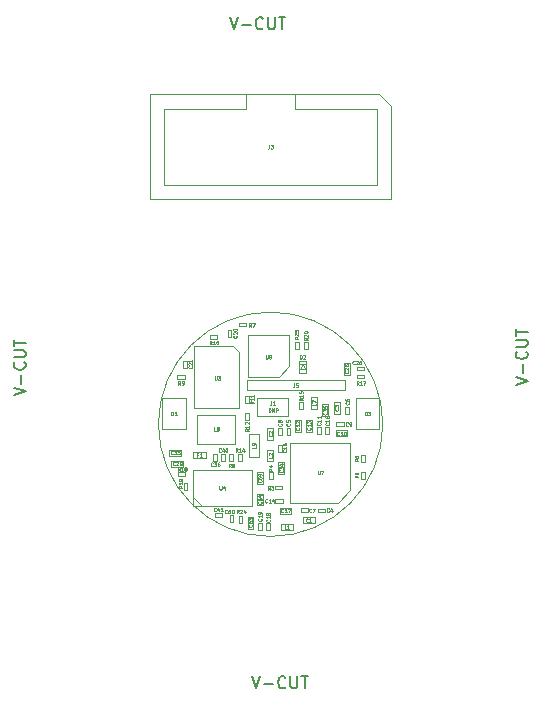
<source format=gbr>
%TF.GenerationSoftware,KiCad,Pcbnew,8.0.3*%
%TF.CreationDate,2024-10-01T18:17:42-04:00*%
%TF.ProjectId,headstage-16stim,68656164-7374-4616-9765-2d3136737469,B*%
%TF.SameCoordinates,Original*%
%TF.FileFunction,AssemblyDrawing,Top*%
%FSLAX46Y46*%
G04 Gerber Fmt 4.6, Leading zero omitted, Abs format (unit mm)*
G04 Created by KiCad (PCBNEW 8.0.3) date 2024-10-01 18:17:42*
%MOMM*%
%LPD*%
G01*
G04 APERTURE LIST*
%ADD10C,0.100000*%
%ADD11C,0.050000*%
%ADD12C,0.150000*%
%ADD13C,0.075000*%
%ADD14C,0.040000*%
G04 APERTURE END LIST*
D10*
X126200000Y-57900000D02*
X126000000Y-58300000D01*
X122335000Y-60750000D02*
X124985000Y-60750000D01*
X124985000Y-62280000D01*
X122335000Y-62280000D01*
X122335000Y-60750000D01*
X126400000Y-58300000D02*
X126200000Y-57900000D01*
X126000000Y-58300000D02*
X126400000Y-58300000D01*
X116900000Y-65350000D02*
X118000000Y-65350000D01*
X118000000Y-65850000D01*
X116900000Y-65850000D01*
X116900000Y-65350000D01*
X121460000Y-59290000D02*
X129760000Y-59290000D01*
X129760000Y-60110000D01*
X121460000Y-60110000D01*
X121460000Y-59290000D01*
D11*
X133000000Y-63000000D02*
G75*
G02*
X114000000Y-63000000I-9500000J0D01*
G01*
X114000000Y-63000000D02*
G75*
G02*
X133000000Y-63000000I9500000J0D01*
G01*
D12*
X121942857Y-84354819D02*
X122276190Y-85354819D01*
X122276190Y-85354819D02*
X122609523Y-84354819D01*
X122942857Y-84973866D02*
X123704762Y-84973866D01*
X124752380Y-85259580D02*
X124704761Y-85307200D01*
X124704761Y-85307200D02*
X124561904Y-85354819D01*
X124561904Y-85354819D02*
X124466666Y-85354819D01*
X124466666Y-85354819D02*
X124323809Y-85307200D01*
X124323809Y-85307200D02*
X124228571Y-85211961D01*
X124228571Y-85211961D02*
X124180952Y-85116723D01*
X124180952Y-85116723D02*
X124133333Y-84926247D01*
X124133333Y-84926247D02*
X124133333Y-84783390D01*
X124133333Y-84783390D02*
X124180952Y-84592914D01*
X124180952Y-84592914D02*
X124228571Y-84497676D01*
X124228571Y-84497676D02*
X124323809Y-84402438D01*
X124323809Y-84402438D02*
X124466666Y-84354819D01*
X124466666Y-84354819D02*
X124561904Y-84354819D01*
X124561904Y-84354819D02*
X124704761Y-84402438D01*
X124704761Y-84402438D02*
X124752380Y-84450057D01*
X125180952Y-84354819D02*
X125180952Y-85164342D01*
X125180952Y-85164342D02*
X125228571Y-85259580D01*
X125228571Y-85259580D02*
X125276190Y-85307200D01*
X125276190Y-85307200D02*
X125371428Y-85354819D01*
X125371428Y-85354819D02*
X125561904Y-85354819D01*
X125561904Y-85354819D02*
X125657142Y-85307200D01*
X125657142Y-85307200D02*
X125704761Y-85259580D01*
X125704761Y-85259580D02*
X125752380Y-85164342D01*
X125752380Y-85164342D02*
X125752380Y-84354819D01*
X126085714Y-84354819D02*
X126657142Y-84354819D01*
X126371428Y-85354819D02*
X126371428Y-84354819D01*
X120042857Y-28554819D02*
X120376190Y-29554819D01*
X120376190Y-29554819D02*
X120709523Y-28554819D01*
X121042857Y-29173866D02*
X121804762Y-29173866D01*
X122852380Y-29459580D02*
X122804761Y-29507200D01*
X122804761Y-29507200D02*
X122661904Y-29554819D01*
X122661904Y-29554819D02*
X122566666Y-29554819D01*
X122566666Y-29554819D02*
X122423809Y-29507200D01*
X122423809Y-29507200D02*
X122328571Y-29411961D01*
X122328571Y-29411961D02*
X122280952Y-29316723D01*
X122280952Y-29316723D02*
X122233333Y-29126247D01*
X122233333Y-29126247D02*
X122233333Y-28983390D01*
X122233333Y-28983390D02*
X122280952Y-28792914D01*
X122280952Y-28792914D02*
X122328571Y-28697676D01*
X122328571Y-28697676D02*
X122423809Y-28602438D01*
X122423809Y-28602438D02*
X122566666Y-28554819D01*
X122566666Y-28554819D02*
X122661904Y-28554819D01*
X122661904Y-28554819D02*
X122804761Y-28602438D01*
X122804761Y-28602438D02*
X122852380Y-28650057D01*
X123280952Y-28554819D02*
X123280952Y-29364342D01*
X123280952Y-29364342D02*
X123328571Y-29459580D01*
X123328571Y-29459580D02*
X123376190Y-29507200D01*
X123376190Y-29507200D02*
X123471428Y-29554819D01*
X123471428Y-29554819D02*
X123661904Y-29554819D01*
X123661904Y-29554819D02*
X123757142Y-29507200D01*
X123757142Y-29507200D02*
X123804761Y-29459580D01*
X123804761Y-29459580D02*
X123852380Y-29364342D01*
X123852380Y-29364342D02*
X123852380Y-28554819D01*
X124185714Y-28554819D02*
X124757142Y-28554819D01*
X124471428Y-29554819D02*
X124471428Y-28554819D01*
X144254819Y-59657142D02*
X145254819Y-59323809D01*
X145254819Y-59323809D02*
X144254819Y-58990476D01*
X144873866Y-58657142D02*
X144873866Y-57895238D01*
X145159580Y-56847619D02*
X145207200Y-56895238D01*
X145207200Y-56895238D02*
X145254819Y-57038095D01*
X145254819Y-57038095D02*
X145254819Y-57133333D01*
X145254819Y-57133333D02*
X145207200Y-57276190D01*
X145207200Y-57276190D02*
X145111961Y-57371428D01*
X145111961Y-57371428D02*
X145016723Y-57419047D01*
X145016723Y-57419047D02*
X144826247Y-57466666D01*
X144826247Y-57466666D02*
X144683390Y-57466666D01*
X144683390Y-57466666D02*
X144492914Y-57419047D01*
X144492914Y-57419047D02*
X144397676Y-57371428D01*
X144397676Y-57371428D02*
X144302438Y-57276190D01*
X144302438Y-57276190D02*
X144254819Y-57133333D01*
X144254819Y-57133333D02*
X144254819Y-57038095D01*
X144254819Y-57038095D02*
X144302438Y-56895238D01*
X144302438Y-56895238D02*
X144350057Y-56847619D01*
X144254819Y-56419047D02*
X145064342Y-56419047D01*
X145064342Y-56419047D02*
X145159580Y-56371428D01*
X145159580Y-56371428D02*
X145207200Y-56323809D01*
X145207200Y-56323809D02*
X145254819Y-56228571D01*
X145254819Y-56228571D02*
X145254819Y-56038095D01*
X145254819Y-56038095D02*
X145207200Y-55942857D01*
X145207200Y-55942857D02*
X145159580Y-55895238D01*
X145159580Y-55895238D02*
X145064342Y-55847619D01*
X145064342Y-55847619D02*
X144254819Y-55847619D01*
X144254819Y-55514285D02*
X144254819Y-54942857D01*
X145254819Y-55228571D02*
X144254819Y-55228571D01*
X101754819Y-60557142D02*
X102754819Y-60223809D01*
X102754819Y-60223809D02*
X101754819Y-59890476D01*
X102373866Y-59557142D02*
X102373866Y-58795238D01*
X102659580Y-57747619D02*
X102707200Y-57795238D01*
X102707200Y-57795238D02*
X102754819Y-57938095D01*
X102754819Y-57938095D02*
X102754819Y-58033333D01*
X102754819Y-58033333D02*
X102707200Y-58176190D01*
X102707200Y-58176190D02*
X102611961Y-58271428D01*
X102611961Y-58271428D02*
X102516723Y-58319047D01*
X102516723Y-58319047D02*
X102326247Y-58366666D01*
X102326247Y-58366666D02*
X102183390Y-58366666D01*
X102183390Y-58366666D02*
X101992914Y-58319047D01*
X101992914Y-58319047D02*
X101897676Y-58271428D01*
X101897676Y-58271428D02*
X101802438Y-58176190D01*
X101802438Y-58176190D02*
X101754819Y-58033333D01*
X101754819Y-58033333D02*
X101754819Y-57938095D01*
X101754819Y-57938095D02*
X101802438Y-57795238D01*
X101802438Y-57795238D02*
X101850057Y-57747619D01*
X101754819Y-57319047D02*
X102564342Y-57319047D01*
X102564342Y-57319047D02*
X102659580Y-57271428D01*
X102659580Y-57271428D02*
X102707200Y-57223809D01*
X102707200Y-57223809D02*
X102754819Y-57128571D01*
X102754819Y-57128571D02*
X102754819Y-56938095D01*
X102754819Y-56938095D02*
X102707200Y-56842857D01*
X102707200Y-56842857D02*
X102659580Y-56795238D01*
X102659580Y-56795238D02*
X102564342Y-56747619D01*
X102564342Y-56747619D02*
X101754819Y-56747619D01*
X101754819Y-56414285D02*
X101754819Y-55842857D01*
X102754819Y-56128571D02*
X101754819Y-56128571D01*
D13*
X123324285Y-61944885D02*
X123324285Y-61644885D01*
X123324285Y-61644885D02*
X123395714Y-61644885D01*
X123395714Y-61644885D02*
X123438571Y-61659171D01*
X123438571Y-61659171D02*
X123467142Y-61687742D01*
X123467142Y-61687742D02*
X123481428Y-61716314D01*
X123481428Y-61716314D02*
X123495714Y-61773457D01*
X123495714Y-61773457D02*
X123495714Y-61816314D01*
X123495714Y-61816314D02*
X123481428Y-61873457D01*
X123481428Y-61873457D02*
X123467142Y-61902028D01*
X123467142Y-61902028D02*
X123438571Y-61930600D01*
X123438571Y-61930600D02*
X123395714Y-61944885D01*
X123395714Y-61944885D02*
X123324285Y-61944885D01*
X123624285Y-61944885D02*
X123624285Y-61644885D01*
X123624285Y-61644885D02*
X123795714Y-61944885D01*
X123795714Y-61944885D02*
X123795714Y-61644885D01*
X123938571Y-61944885D02*
X123938571Y-61644885D01*
X123938571Y-61644885D02*
X124052857Y-61644885D01*
X124052857Y-61644885D02*
X124081428Y-61659171D01*
X124081428Y-61659171D02*
X124095714Y-61673457D01*
X124095714Y-61673457D02*
X124110000Y-61702028D01*
X124110000Y-61702028D02*
X124110000Y-61744885D01*
X124110000Y-61744885D02*
X124095714Y-61773457D01*
X124095714Y-61773457D02*
X124081428Y-61787742D01*
X124081428Y-61787742D02*
X124052857Y-61802028D01*
X124052857Y-61802028D02*
X123938571Y-61802028D01*
D14*
X130913574Y-65941666D02*
X130794527Y-66024999D01*
X130913574Y-66084523D02*
X130663574Y-66084523D01*
X130663574Y-66084523D02*
X130663574Y-65989285D01*
X130663574Y-65989285D02*
X130675479Y-65965475D01*
X130675479Y-65965475D02*
X130687384Y-65953570D01*
X130687384Y-65953570D02*
X130711193Y-65941666D01*
X130711193Y-65941666D02*
X130746908Y-65941666D01*
X130746908Y-65941666D02*
X130770717Y-65953570D01*
X130770717Y-65953570D02*
X130782622Y-65965475D01*
X130782622Y-65965475D02*
X130794527Y-65989285D01*
X130794527Y-65989285D02*
X130794527Y-66084523D01*
X130663574Y-65727380D02*
X130663574Y-65774999D01*
X130663574Y-65774999D02*
X130675479Y-65798808D01*
X130675479Y-65798808D02*
X130687384Y-65810713D01*
X130687384Y-65810713D02*
X130723098Y-65834523D01*
X130723098Y-65834523D02*
X130770717Y-65846427D01*
X130770717Y-65846427D02*
X130865955Y-65846427D01*
X130865955Y-65846427D02*
X130889765Y-65834523D01*
X130889765Y-65834523D02*
X130901670Y-65822618D01*
X130901670Y-65822618D02*
X130913574Y-65798808D01*
X130913574Y-65798808D02*
X130913574Y-65751189D01*
X130913574Y-65751189D02*
X130901670Y-65727380D01*
X130901670Y-65727380D02*
X130889765Y-65715475D01*
X130889765Y-65715475D02*
X130865955Y-65703570D01*
X130865955Y-65703570D02*
X130806431Y-65703570D01*
X130806431Y-65703570D02*
X130782622Y-65715475D01*
X130782622Y-65715475D02*
X130770717Y-65727380D01*
X130770717Y-65727380D02*
X130758812Y-65751189D01*
X130758812Y-65751189D02*
X130758812Y-65798808D01*
X130758812Y-65798808D02*
X130770717Y-65822618D01*
X130770717Y-65822618D02*
X130782622Y-65834523D01*
X130782622Y-65834523D02*
X130806431Y-65846427D01*
X130913574Y-67341666D02*
X130794527Y-67424999D01*
X130913574Y-67484523D02*
X130663574Y-67484523D01*
X130663574Y-67484523D02*
X130663574Y-67389285D01*
X130663574Y-67389285D02*
X130675479Y-67365475D01*
X130675479Y-67365475D02*
X130687384Y-67353570D01*
X130687384Y-67353570D02*
X130711193Y-67341666D01*
X130711193Y-67341666D02*
X130746908Y-67341666D01*
X130746908Y-67341666D02*
X130770717Y-67353570D01*
X130770717Y-67353570D02*
X130782622Y-67365475D01*
X130782622Y-67365475D02*
X130794527Y-67389285D01*
X130794527Y-67389285D02*
X130794527Y-67484523D01*
X130663574Y-67115475D02*
X130663574Y-67234523D01*
X130663574Y-67234523D02*
X130782622Y-67246427D01*
X130782622Y-67246427D02*
X130770717Y-67234523D01*
X130770717Y-67234523D02*
X130758812Y-67210713D01*
X130758812Y-67210713D02*
X130758812Y-67151189D01*
X130758812Y-67151189D02*
X130770717Y-67127380D01*
X130770717Y-67127380D02*
X130782622Y-67115475D01*
X130782622Y-67115475D02*
X130806431Y-67103570D01*
X130806431Y-67103570D02*
X130865955Y-67103570D01*
X130865955Y-67103570D02*
X130889765Y-67115475D01*
X130889765Y-67115475D02*
X130901670Y-67127380D01*
X130901670Y-67127380D02*
X130913574Y-67151189D01*
X130913574Y-67151189D02*
X130913574Y-67210713D01*
X130913574Y-67210713D02*
X130901670Y-67234523D01*
X130901670Y-67234523D02*
X130889765Y-67246427D01*
D11*
X127336185Y-61249999D02*
X127336185Y-61392856D01*
X127336185Y-61392856D02*
X127036185Y-61392856D01*
X127036185Y-61178570D02*
X127036185Y-60978570D01*
X127036185Y-60978570D02*
X127336185Y-61107142D01*
X123636185Y-65699999D02*
X123636185Y-65842856D01*
X123636185Y-65842856D02*
X123336185Y-65842856D01*
X123364757Y-65614285D02*
X123350471Y-65599999D01*
X123350471Y-65599999D02*
X123336185Y-65571428D01*
X123336185Y-65571428D02*
X123336185Y-65499999D01*
X123336185Y-65499999D02*
X123350471Y-65471428D01*
X123350471Y-65471428D02*
X123364757Y-65457142D01*
X123364757Y-65457142D02*
X123393328Y-65442856D01*
X123393328Y-65442856D02*
X123421900Y-65442856D01*
X123421900Y-65442856D02*
X123464757Y-65457142D01*
X123464757Y-65457142D02*
X123636185Y-65628570D01*
X123636185Y-65628570D02*
X123636185Y-65442856D01*
X124820000Y-71836185D02*
X124677143Y-71836185D01*
X124677143Y-71836185D02*
X124677143Y-71536185D01*
X125077143Y-71836185D02*
X124905714Y-71836185D01*
X124991429Y-71836185D02*
X124991429Y-71536185D01*
X124991429Y-71536185D02*
X124962857Y-71579042D01*
X124962857Y-71579042D02*
X124934286Y-71607614D01*
X124934286Y-71607614D02*
X124905714Y-71621900D01*
X118857143Y-70337614D02*
X118842857Y-70351900D01*
X118842857Y-70351900D02*
X118800000Y-70366185D01*
X118800000Y-70366185D02*
X118771428Y-70366185D01*
X118771428Y-70366185D02*
X118728571Y-70351900D01*
X118728571Y-70351900D02*
X118700000Y-70323328D01*
X118700000Y-70323328D02*
X118685714Y-70294757D01*
X118685714Y-70294757D02*
X118671428Y-70237614D01*
X118671428Y-70237614D02*
X118671428Y-70194757D01*
X118671428Y-70194757D02*
X118685714Y-70137614D01*
X118685714Y-70137614D02*
X118700000Y-70109042D01*
X118700000Y-70109042D02*
X118728571Y-70080471D01*
X118728571Y-70080471D02*
X118771428Y-70066185D01*
X118771428Y-70066185D02*
X118800000Y-70066185D01*
X118800000Y-70066185D02*
X118842857Y-70080471D01*
X118842857Y-70080471D02*
X118857143Y-70094757D01*
X119114286Y-70166185D02*
X119114286Y-70366185D01*
X119042857Y-70051900D02*
X118971428Y-70266185D01*
X118971428Y-70266185D02*
X119157143Y-70266185D01*
X119428571Y-70366185D02*
X119257142Y-70366185D01*
X119342857Y-70366185D02*
X119342857Y-70066185D01*
X119342857Y-70066185D02*
X119314285Y-70109042D01*
X119314285Y-70109042D02*
X119285714Y-70137614D01*
X119285714Y-70137614D02*
X119257142Y-70151900D01*
X118607143Y-66507614D02*
X118592857Y-66521900D01*
X118592857Y-66521900D02*
X118550000Y-66536185D01*
X118550000Y-66536185D02*
X118521428Y-66536185D01*
X118521428Y-66536185D02*
X118478571Y-66521900D01*
X118478571Y-66521900D02*
X118450000Y-66493328D01*
X118450000Y-66493328D02*
X118435714Y-66464757D01*
X118435714Y-66464757D02*
X118421428Y-66407614D01*
X118421428Y-66407614D02*
X118421428Y-66364757D01*
X118421428Y-66364757D02*
X118435714Y-66307614D01*
X118435714Y-66307614D02*
X118450000Y-66279042D01*
X118450000Y-66279042D02*
X118478571Y-66250471D01*
X118478571Y-66250471D02*
X118521428Y-66236185D01*
X118521428Y-66236185D02*
X118550000Y-66236185D01*
X118550000Y-66236185D02*
X118592857Y-66250471D01*
X118592857Y-66250471D02*
X118607143Y-66264757D01*
X118707143Y-66236185D02*
X118892857Y-66236185D01*
X118892857Y-66236185D02*
X118792857Y-66350471D01*
X118792857Y-66350471D02*
X118835714Y-66350471D01*
X118835714Y-66350471D02*
X118864286Y-66364757D01*
X118864286Y-66364757D02*
X118878571Y-66379042D01*
X118878571Y-66379042D02*
X118892857Y-66407614D01*
X118892857Y-66407614D02*
X118892857Y-66479042D01*
X118892857Y-66479042D02*
X118878571Y-66507614D01*
X118878571Y-66507614D02*
X118864286Y-66521900D01*
X118864286Y-66521900D02*
X118835714Y-66536185D01*
X118835714Y-66536185D02*
X118750000Y-66536185D01*
X118750000Y-66536185D02*
X118721428Y-66521900D01*
X118721428Y-66521900D02*
X118707143Y-66507614D01*
X119150000Y-66236185D02*
X119092857Y-66236185D01*
X119092857Y-66236185D02*
X119064285Y-66250471D01*
X119064285Y-66250471D02*
X119050000Y-66264757D01*
X119050000Y-66264757D02*
X119021428Y-66307614D01*
X119021428Y-66307614D02*
X119007142Y-66364757D01*
X119007142Y-66364757D02*
X119007142Y-66479042D01*
X119007142Y-66479042D02*
X119021428Y-66507614D01*
X119021428Y-66507614D02*
X119035714Y-66521900D01*
X119035714Y-66521900D02*
X119064285Y-66536185D01*
X119064285Y-66536185D02*
X119121428Y-66536185D01*
X119121428Y-66536185D02*
X119150000Y-66521900D01*
X119150000Y-66521900D02*
X119164285Y-66507614D01*
X119164285Y-66507614D02*
X119178571Y-66479042D01*
X119178571Y-66479042D02*
X119178571Y-66407614D01*
X119178571Y-66407614D02*
X119164285Y-66379042D01*
X119164285Y-66379042D02*
X119150000Y-66364757D01*
X119150000Y-66364757D02*
X119121428Y-66350471D01*
X119121428Y-66350471D02*
X119064285Y-66350471D01*
X119064285Y-66350471D02*
X119035714Y-66364757D01*
X119035714Y-66364757D02*
X119021428Y-66379042D01*
X119021428Y-66379042D02*
X119007142Y-66407614D01*
X123071428Y-57136185D02*
X123071428Y-57379042D01*
X123071428Y-57379042D02*
X123085714Y-57407614D01*
X123085714Y-57407614D02*
X123100000Y-57421900D01*
X123100000Y-57421900D02*
X123128571Y-57436185D01*
X123128571Y-57436185D02*
X123185714Y-57436185D01*
X123185714Y-57436185D02*
X123214285Y-57421900D01*
X123214285Y-57421900D02*
X123228571Y-57407614D01*
X123228571Y-57407614D02*
X123242857Y-57379042D01*
X123242857Y-57379042D02*
X123242857Y-57136185D01*
X123428571Y-57264757D02*
X123400000Y-57250471D01*
X123400000Y-57250471D02*
X123385714Y-57236185D01*
X123385714Y-57236185D02*
X123371428Y-57207614D01*
X123371428Y-57207614D02*
X123371428Y-57193328D01*
X123371428Y-57193328D02*
X123385714Y-57164757D01*
X123385714Y-57164757D02*
X123400000Y-57150471D01*
X123400000Y-57150471D02*
X123428571Y-57136185D01*
X123428571Y-57136185D02*
X123485714Y-57136185D01*
X123485714Y-57136185D02*
X123514286Y-57150471D01*
X123514286Y-57150471D02*
X123528571Y-57164757D01*
X123528571Y-57164757D02*
X123542857Y-57193328D01*
X123542857Y-57193328D02*
X123542857Y-57207614D01*
X123542857Y-57207614D02*
X123528571Y-57236185D01*
X123528571Y-57236185D02*
X123514286Y-57250471D01*
X123514286Y-57250471D02*
X123485714Y-57264757D01*
X123485714Y-57264757D02*
X123428571Y-57264757D01*
X123428571Y-57264757D02*
X123400000Y-57279042D01*
X123400000Y-57279042D02*
X123385714Y-57293328D01*
X123385714Y-57293328D02*
X123371428Y-57321900D01*
X123371428Y-57321900D02*
X123371428Y-57379042D01*
X123371428Y-57379042D02*
X123385714Y-57407614D01*
X123385714Y-57407614D02*
X123400000Y-57421900D01*
X123400000Y-57421900D02*
X123428571Y-57436185D01*
X123428571Y-57436185D02*
X123485714Y-57436185D01*
X123485714Y-57436185D02*
X123514286Y-57421900D01*
X123514286Y-57421900D02*
X123528571Y-57407614D01*
X123528571Y-57407614D02*
X123542857Y-57379042D01*
X123542857Y-57379042D02*
X123542857Y-57321900D01*
X123542857Y-57321900D02*
X123528571Y-57293328D01*
X123528571Y-57293328D02*
X123514286Y-57279042D01*
X123514286Y-57279042D02*
X123485714Y-57264757D01*
X126236185Y-60792856D02*
X126093328Y-60892856D01*
X126236185Y-60964285D02*
X125936185Y-60964285D01*
X125936185Y-60964285D02*
X125936185Y-60849999D01*
X125936185Y-60849999D02*
X125950471Y-60821428D01*
X125950471Y-60821428D02*
X125964757Y-60807142D01*
X125964757Y-60807142D02*
X125993328Y-60792856D01*
X125993328Y-60792856D02*
X126036185Y-60792856D01*
X126036185Y-60792856D02*
X126064757Y-60807142D01*
X126064757Y-60807142D02*
X126079042Y-60821428D01*
X126079042Y-60821428D02*
X126093328Y-60849999D01*
X126093328Y-60849999D02*
X126093328Y-60964285D01*
X126236185Y-60507142D02*
X126236185Y-60678571D01*
X126236185Y-60592856D02*
X125936185Y-60592856D01*
X125936185Y-60592856D02*
X125979042Y-60621428D01*
X125979042Y-60621428D02*
X126007614Y-60649999D01*
X126007614Y-60649999D02*
X126021900Y-60678571D01*
X125936185Y-60235714D02*
X125936185Y-60378571D01*
X125936185Y-60378571D02*
X126079042Y-60392857D01*
X126079042Y-60392857D02*
X126064757Y-60378571D01*
X126064757Y-60378571D02*
X126050471Y-60350000D01*
X126050471Y-60350000D02*
X126050471Y-60278571D01*
X126050471Y-60278571D02*
X126064757Y-60250000D01*
X126064757Y-60250000D02*
X126079042Y-60235714D01*
X126079042Y-60235714D02*
X126107614Y-60221428D01*
X126107614Y-60221428D02*
X126179042Y-60221428D01*
X126179042Y-60221428D02*
X126207614Y-60235714D01*
X126207614Y-60235714D02*
X126221900Y-60250000D01*
X126221900Y-60250000D02*
X126236185Y-60278571D01*
X126236185Y-60278571D02*
X126236185Y-60350000D01*
X126236185Y-60350000D02*
X126221900Y-60378571D01*
X126221900Y-60378571D02*
X126207614Y-60392857D01*
X125978571Y-57436185D02*
X125978571Y-57136185D01*
X125978571Y-57136185D02*
X126050000Y-57136185D01*
X126050000Y-57136185D02*
X126092857Y-57150471D01*
X126092857Y-57150471D02*
X126121428Y-57179042D01*
X126121428Y-57179042D02*
X126135714Y-57207614D01*
X126135714Y-57207614D02*
X126150000Y-57264757D01*
X126150000Y-57264757D02*
X126150000Y-57307614D01*
X126150000Y-57307614D02*
X126135714Y-57364757D01*
X126135714Y-57364757D02*
X126121428Y-57393328D01*
X126121428Y-57393328D02*
X126092857Y-57421900D01*
X126092857Y-57421900D02*
X126050000Y-57436185D01*
X126050000Y-57436185D02*
X125978571Y-57436185D01*
X126264285Y-57164757D02*
X126278571Y-57150471D01*
X126278571Y-57150471D02*
X126307143Y-57136185D01*
X126307143Y-57136185D02*
X126378571Y-57136185D01*
X126378571Y-57136185D02*
X126407143Y-57150471D01*
X126407143Y-57150471D02*
X126421428Y-57164757D01*
X126421428Y-57164757D02*
X126435714Y-57193328D01*
X126435714Y-57193328D02*
X126435714Y-57221900D01*
X126435714Y-57221900D02*
X126421428Y-57264757D01*
X126421428Y-57264757D02*
X126250000Y-57436185D01*
X126250000Y-57436185D02*
X126435714Y-57436185D01*
X127471428Y-66936185D02*
X127471428Y-67179042D01*
X127471428Y-67179042D02*
X127485714Y-67207614D01*
X127485714Y-67207614D02*
X127500000Y-67221900D01*
X127500000Y-67221900D02*
X127528571Y-67236185D01*
X127528571Y-67236185D02*
X127585714Y-67236185D01*
X127585714Y-67236185D02*
X127614285Y-67221900D01*
X127614285Y-67221900D02*
X127628571Y-67207614D01*
X127628571Y-67207614D02*
X127642857Y-67179042D01*
X127642857Y-67179042D02*
X127642857Y-66936185D01*
X127757143Y-66936185D02*
X127957143Y-66936185D01*
X127957143Y-66936185D02*
X127828571Y-67236185D01*
X123400000Y-39353685D02*
X123400000Y-39567971D01*
X123400000Y-39567971D02*
X123385715Y-39610828D01*
X123385715Y-39610828D02*
X123357143Y-39639400D01*
X123357143Y-39639400D02*
X123314286Y-39653685D01*
X123314286Y-39653685D02*
X123285715Y-39653685D01*
X123514286Y-39353685D02*
X123700000Y-39353685D01*
X123700000Y-39353685D02*
X123600000Y-39467971D01*
X123600000Y-39467971D02*
X123642857Y-39467971D01*
X123642857Y-39467971D02*
X123671429Y-39482257D01*
X123671429Y-39482257D02*
X123685714Y-39496542D01*
X123685714Y-39496542D02*
X123700000Y-39525114D01*
X123700000Y-39525114D02*
X123700000Y-39596542D01*
X123700000Y-39596542D02*
X123685714Y-39625114D01*
X123685714Y-39625114D02*
X123671429Y-39639400D01*
X123671429Y-39639400D02*
X123642857Y-39653685D01*
X123642857Y-39653685D02*
X123557143Y-39653685D01*
X123557143Y-39653685D02*
X123528571Y-39639400D01*
X123528571Y-39639400D02*
X123514286Y-39625114D01*
X115407143Y-66457614D02*
X115392857Y-66471900D01*
X115392857Y-66471900D02*
X115350000Y-66486185D01*
X115350000Y-66486185D02*
X115321428Y-66486185D01*
X115321428Y-66486185D02*
X115278571Y-66471900D01*
X115278571Y-66471900D02*
X115250000Y-66443328D01*
X115250000Y-66443328D02*
X115235714Y-66414757D01*
X115235714Y-66414757D02*
X115221428Y-66357614D01*
X115221428Y-66357614D02*
X115221428Y-66314757D01*
X115221428Y-66314757D02*
X115235714Y-66257614D01*
X115235714Y-66257614D02*
X115250000Y-66229042D01*
X115250000Y-66229042D02*
X115278571Y-66200471D01*
X115278571Y-66200471D02*
X115321428Y-66186185D01*
X115321428Y-66186185D02*
X115350000Y-66186185D01*
X115350000Y-66186185D02*
X115392857Y-66200471D01*
X115392857Y-66200471D02*
X115407143Y-66214757D01*
X115521428Y-66214757D02*
X115535714Y-66200471D01*
X115535714Y-66200471D02*
X115564286Y-66186185D01*
X115564286Y-66186185D02*
X115635714Y-66186185D01*
X115635714Y-66186185D02*
X115664286Y-66200471D01*
X115664286Y-66200471D02*
X115678571Y-66214757D01*
X115678571Y-66214757D02*
X115692857Y-66243328D01*
X115692857Y-66243328D02*
X115692857Y-66271900D01*
X115692857Y-66271900D02*
X115678571Y-66314757D01*
X115678571Y-66314757D02*
X115507143Y-66486185D01*
X115507143Y-66486185D02*
X115692857Y-66486185D01*
X115835714Y-66486185D02*
X115892857Y-66486185D01*
X115892857Y-66486185D02*
X115921428Y-66471900D01*
X115921428Y-66471900D02*
X115935714Y-66457614D01*
X115935714Y-66457614D02*
X115964285Y-66414757D01*
X115964285Y-66414757D02*
X115978571Y-66357614D01*
X115978571Y-66357614D02*
X115978571Y-66243328D01*
X115978571Y-66243328D02*
X115964285Y-66214757D01*
X115964285Y-66214757D02*
X115950000Y-66200471D01*
X115950000Y-66200471D02*
X115921428Y-66186185D01*
X115921428Y-66186185D02*
X115864285Y-66186185D01*
X115864285Y-66186185D02*
X115835714Y-66200471D01*
X115835714Y-66200471D02*
X115821428Y-66214757D01*
X115821428Y-66214757D02*
X115807142Y-66243328D01*
X115807142Y-66243328D02*
X115807142Y-66314757D01*
X115807142Y-66314757D02*
X115821428Y-66343328D01*
X115821428Y-66343328D02*
X115835714Y-66357614D01*
X115835714Y-66357614D02*
X115864285Y-66371900D01*
X115864285Y-66371900D02*
X115921428Y-66371900D01*
X115921428Y-66371900D02*
X115950000Y-66357614D01*
X115950000Y-66357614D02*
X115964285Y-66343328D01*
X115964285Y-66343328D02*
X115978571Y-66314757D01*
X119277143Y-65307614D02*
X119262857Y-65321900D01*
X119262857Y-65321900D02*
X119220000Y-65336185D01*
X119220000Y-65336185D02*
X119191428Y-65336185D01*
X119191428Y-65336185D02*
X119148571Y-65321900D01*
X119148571Y-65321900D02*
X119120000Y-65293328D01*
X119120000Y-65293328D02*
X119105714Y-65264757D01*
X119105714Y-65264757D02*
X119091428Y-65207614D01*
X119091428Y-65207614D02*
X119091428Y-65164757D01*
X119091428Y-65164757D02*
X119105714Y-65107614D01*
X119105714Y-65107614D02*
X119120000Y-65079042D01*
X119120000Y-65079042D02*
X119148571Y-65050471D01*
X119148571Y-65050471D02*
X119191428Y-65036185D01*
X119191428Y-65036185D02*
X119220000Y-65036185D01*
X119220000Y-65036185D02*
X119262857Y-65050471D01*
X119262857Y-65050471D02*
X119277143Y-65064757D01*
X119534286Y-65136185D02*
X119534286Y-65336185D01*
X119462857Y-65021900D02*
X119391428Y-65236185D01*
X119391428Y-65236185D02*
X119577143Y-65236185D01*
X119748571Y-65036185D02*
X119777142Y-65036185D01*
X119777142Y-65036185D02*
X119805714Y-65050471D01*
X119805714Y-65050471D02*
X119820000Y-65064757D01*
X119820000Y-65064757D02*
X119834285Y-65093328D01*
X119834285Y-65093328D02*
X119848571Y-65150471D01*
X119848571Y-65150471D02*
X119848571Y-65221900D01*
X119848571Y-65221900D02*
X119834285Y-65279042D01*
X119834285Y-65279042D02*
X119820000Y-65307614D01*
X119820000Y-65307614D02*
X119805714Y-65321900D01*
X119805714Y-65321900D02*
X119777142Y-65336185D01*
X119777142Y-65336185D02*
X119748571Y-65336185D01*
X119748571Y-65336185D02*
X119720000Y-65321900D01*
X119720000Y-65321900D02*
X119705714Y-65307614D01*
X119705714Y-65307614D02*
X119691428Y-65279042D01*
X119691428Y-65279042D02*
X119677142Y-65221900D01*
X119677142Y-65221900D02*
X119677142Y-65150471D01*
X119677142Y-65150471D02*
X119691428Y-65093328D01*
X119691428Y-65093328D02*
X119705714Y-65064757D01*
X119705714Y-65064757D02*
X119720000Y-65050471D01*
X119720000Y-65050471D02*
X119748571Y-65036185D01*
X120707143Y-65336185D02*
X120607143Y-65193328D01*
X120535714Y-65336185D02*
X120535714Y-65036185D01*
X120535714Y-65036185D02*
X120650000Y-65036185D01*
X120650000Y-65036185D02*
X120678571Y-65050471D01*
X120678571Y-65050471D02*
X120692857Y-65064757D01*
X120692857Y-65064757D02*
X120707143Y-65093328D01*
X120707143Y-65093328D02*
X120707143Y-65136185D01*
X120707143Y-65136185D02*
X120692857Y-65164757D01*
X120692857Y-65164757D02*
X120678571Y-65179042D01*
X120678571Y-65179042D02*
X120650000Y-65193328D01*
X120650000Y-65193328D02*
X120535714Y-65193328D01*
X120992857Y-65336185D02*
X120821428Y-65336185D01*
X120907143Y-65336185D02*
X120907143Y-65036185D01*
X120907143Y-65036185D02*
X120878571Y-65079042D01*
X120878571Y-65079042D02*
X120850000Y-65107614D01*
X120850000Y-65107614D02*
X120821428Y-65121900D01*
X121250000Y-65136185D02*
X121250000Y-65336185D01*
X121178571Y-65021900D02*
X121107142Y-65236185D01*
X121107142Y-65236185D02*
X121292857Y-65236185D01*
X120607614Y-55492856D02*
X120621900Y-55507142D01*
X120621900Y-55507142D02*
X120636185Y-55549999D01*
X120636185Y-55549999D02*
X120636185Y-55578571D01*
X120636185Y-55578571D02*
X120621900Y-55621428D01*
X120621900Y-55621428D02*
X120593328Y-55649999D01*
X120593328Y-55649999D02*
X120564757Y-55664285D01*
X120564757Y-55664285D02*
X120507614Y-55678571D01*
X120507614Y-55678571D02*
X120464757Y-55678571D01*
X120464757Y-55678571D02*
X120407614Y-55664285D01*
X120407614Y-55664285D02*
X120379042Y-55649999D01*
X120379042Y-55649999D02*
X120350471Y-55621428D01*
X120350471Y-55621428D02*
X120336185Y-55578571D01*
X120336185Y-55578571D02*
X120336185Y-55549999D01*
X120336185Y-55549999D02*
X120350471Y-55507142D01*
X120350471Y-55507142D02*
X120364757Y-55492856D01*
X120364757Y-55378571D02*
X120350471Y-55364285D01*
X120350471Y-55364285D02*
X120336185Y-55335714D01*
X120336185Y-55335714D02*
X120336185Y-55264285D01*
X120336185Y-55264285D02*
X120350471Y-55235714D01*
X120350471Y-55235714D02*
X120364757Y-55221428D01*
X120364757Y-55221428D02*
X120393328Y-55207142D01*
X120393328Y-55207142D02*
X120421900Y-55207142D01*
X120421900Y-55207142D02*
X120464757Y-55221428D01*
X120464757Y-55221428D02*
X120636185Y-55392856D01*
X120636185Y-55392856D02*
X120636185Y-55207142D01*
X120336185Y-55021428D02*
X120336185Y-54992857D01*
X120336185Y-54992857D02*
X120350471Y-54964285D01*
X120350471Y-54964285D02*
X120364757Y-54950000D01*
X120364757Y-54950000D02*
X120393328Y-54935714D01*
X120393328Y-54935714D02*
X120450471Y-54921428D01*
X120450471Y-54921428D02*
X120521900Y-54921428D01*
X120521900Y-54921428D02*
X120579042Y-54935714D01*
X120579042Y-54935714D02*
X120607614Y-54950000D01*
X120607614Y-54950000D02*
X120621900Y-54964285D01*
X120621900Y-54964285D02*
X120636185Y-54992857D01*
X120636185Y-54992857D02*
X120636185Y-55021428D01*
X120636185Y-55021428D02*
X120621900Y-55050000D01*
X120621900Y-55050000D02*
X120607614Y-55064285D01*
X120607614Y-55064285D02*
X120579042Y-55078571D01*
X120579042Y-55078571D02*
X120521900Y-55092857D01*
X120521900Y-55092857D02*
X120450471Y-55092857D01*
X120450471Y-55092857D02*
X120393328Y-55078571D01*
X120393328Y-55078571D02*
X120364757Y-55064285D01*
X120364757Y-55064285D02*
X120350471Y-55050000D01*
X120350471Y-55050000D02*
X120336185Y-55021428D01*
X125836185Y-55592856D02*
X125693328Y-55692856D01*
X125836185Y-55764285D02*
X125536185Y-55764285D01*
X125536185Y-55764285D02*
X125536185Y-55649999D01*
X125536185Y-55649999D02*
X125550471Y-55621428D01*
X125550471Y-55621428D02*
X125564757Y-55607142D01*
X125564757Y-55607142D02*
X125593328Y-55592856D01*
X125593328Y-55592856D02*
X125636185Y-55592856D01*
X125636185Y-55592856D02*
X125664757Y-55607142D01*
X125664757Y-55607142D02*
X125679042Y-55621428D01*
X125679042Y-55621428D02*
X125693328Y-55649999D01*
X125693328Y-55649999D02*
X125693328Y-55764285D01*
X125564757Y-55478571D02*
X125550471Y-55464285D01*
X125550471Y-55464285D02*
X125536185Y-55435714D01*
X125536185Y-55435714D02*
X125536185Y-55364285D01*
X125536185Y-55364285D02*
X125550471Y-55335714D01*
X125550471Y-55335714D02*
X125564757Y-55321428D01*
X125564757Y-55321428D02*
X125593328Y-55307142D01*
X125593328Y-55307142D02*
X125621900Y-55307142D01*
X125621900Y-55307142D02*
X125664757Y-55321428D01*
X125664757Y-55321428D02*
X125836185Y-55492856D01*
X125836185Y-55492856D02*
X125836185Y-55307142D01*
X125536185Y-55035714D02*
X125536185Y-55178571D01*
X125536185Y-55178571D02*
X125679042Y-55192857D01*
X125679042Y-55192857D02*
X125664757Y-55178571D01*
X125664757Y-55178571D02*
X125650471Y-55150000D01*
X125650471Y-55150000D02*
X125650471Y-55078571D01*
X125650471Y-55078571D02*
X125664757Y-55050000D01*
X125664757Y-55050000D02*
X125679042Y-55035714D01*
X125679042Y-55035714D02*
X125707614Y-55021428D01*
X125707614Y-55021428D02*
X125779042Y-55021428D01*
X125779042Y-55021428D02*
X125807614Y-55035714D01*
X125807614Y-55035714D02*
X125821900Y-55050000D01*
X125821900Y-55050000D02*
X125836185Y-55078571D01*
X125836185Y-55078571D02*
X125836185Y-55150000D01*
X125836185Y-55150000D02*
X125821900Y-55178571D01*
X125821900Y-55178571D02*
X125807614Y-55192857D01*
X124507614Y-66892856D02*
X124521900Y-66907142D01*
X124521900Y-66907142D02*
X124536185Y-66949999D01*
X124536185Y-66949999D02*
X124536185Y-66978571D01*
X124536185Y-66978571D02*
X124521900Y-67021428D01*
X124521900Y-67021428D02*
X124493328Y-67049999D01*
X124493328Y-67049999D02*
X124464757Y-67064285D01*
X124464757Y-67064285D02*
X124407614Y-67078571D01*
X124407614Y-67078571D02*
X124364757Y-67078571D01*
X124364757Y-67078571D02*
X124307614Y-67064285D01*
X124307614Y-67064285D02*
X124279042Y-67049999D01*
X124279042Y-67049999D02*
X124250471Y-67021428D01*
X124250471Y-67021428D02*
X124236185Y-66978571D01*
X124236185Y-66978571D02*
X124236185Y-66949999D01*
X124236185Y-66949999D02*
X124250471Y-66907142D01*
X124250471Y-66907142D02*
X124264757Y-66892856D01*
X124236185Y-66792856D02*
X124236185Y-66607142D01*
X124236185Y-66607142D02*
X124350471Y-66707142D01*
X124350471Y-66707142D02*
X124350471Y-66664285D01*
X124350471Y-66664285D02*
X124364757Y-66635714D01*
X124364757Y-66635714D02*
X124379042Y-66621428D01*
X124379042Y-66621428D02*
X124407614Y-66607142D01*
X124407614Y-66607142D02*
X124479042Y-66607142D01*
X124479042Y-66607142D02*
X124507614Y-66621428D01*
X124507614Y-66621428D02*
X124521900Y-66635714D01*
X124521900Y-66635714D02*
X124536185Y-66664285D01*
X124536185Y-66664285D02*
X124536185Y-66749999D01*
X124536185Y-66749999D02*
X124521900Y-66778571D01*
X124521900Y-66778571D02*
X124507614Y-66792856D01*
X124336185Y-66350000D02*
X124536185Y-66350000D01*
X124221900Y-66421428D02*
X124436185Y-66492857D01*
X124436185Y-66492857D02*
X124436185Y-66307142D01*
X121850000Y-54736185D02*
X121750000Y-54593328D01*
X121678571Y-54736185D02*
X121678571Y-54436185D01*
X121678571Y-54436185D02*
X121792857Y-54436185D01*
X121792857Y-54436185D02*
X121821428Y-54450471D01*
X121821428Y-54450471D02*
X121835714Y-54464757D01*
X121835714Y-54464757D02*
X121850000Y-54493328D01*
X121850000Y-54493328D02*
X121850000Y-54536185D01*
X121850000Y-54536185D02*
X121835714Y-54564757D01*
X121835714Y-54564757D02*
X121821428Y-54579042D01*
X121821428Y-54579042D02*
X121792857Y-54593328D01*
X121792857Y-54593328D02*
X121678571Y-54593328D01*
X121950000Y-54436185D02*
X122150000Y-54436185D01*
X122150000Y-54436185D02*
X122021428Y-54736185D01*
X131478571Y-62236185D02*
X131478571Y-61936185D01*
X131478571Y-61936185D02*
X131550000Y-61936185D01*
X131550000Y-61936185D02*
X131592857Y-61950471D01*
X131592857Y-61950471D02*
X131621428Y-61979042D01*
X131621428Y-61979042D02*
X131635714Y-62007614D01*
X131635714Y-62007614D02*
X131650000Y-62064757D01*
X131650000Y-62064757D02*
X131650000Y-62107614D01*
X131650000Y-62107614D02*
X131635714Y-62164757D01*
X131635714Y-62164757D02*
X131621428Y-62193328D01*
X131621428Y-62193328D02*
X131592857Y-62221900D01*
X131592857Y-62221900D02*
X131550000Y-62236185D01*
X131550000Y-62236185D02*
X131478571Y-62236185D01*
X131750000Y-61936185D02*
X131935714Y-61936185D01*
X131935714Y-61936185D02*
X131835714Y-62050471D01*
X131835714Y-62050471D02*
X131878571Y-62050471D01*
X131878571Y-62050471D02*
X131907143Y-62064757D01*
X131907143Y-62064757D02*
X131921428Y-62079042D01*
X131921428Y-62079042D02*
X131935714Y-62107614D01*
X131935714Y-62107614D02*
X131935714Y-62179042D01*
X131935714Y-62179042D02*
X131921428Y-62207614D01*
X131921428Y-62207614D02*
X131907143Y-62221900D01*
X131907143Y-62221900D02*
X131878571Y-62236185D01*
X131878571Y-62236185D02*
X131792857Y-62236185D01*
X131792857Y-62236185D02*
X131764285Y-62221900D01*
X131764285Y-62221900D02*
X131750000Y-62207614D01*
X120150000Y-66636185D02*
X120050000Y-66493328D01*
X119978571Y-66636185D02*
X119978571Y-66336185D01*
X119978571Y-66336185D02*
X120092857Y-66336185D01*
X120092857Y-66336185D02*
X120121428Y-66350471D01*
X120121428Y-66350471D02*
X120135714Y-66364757D01*
X120135714Y-66364757D02*
X120150000Y-66393328D01*
X120150000Y-66393328D02*
X120150000Y-66436185D01*
X120150000Y-66436185D02*
X120135714Y-66464757D01*
X120135714Y-66464757D02*
X120121428Y-66479042D01*
X120121428Y-66479042D02*
X120092857Y-66493328D01*
X120092857Y-66493328D02*
X119978571Y-66493328D01*
X120321428Y-66464757D02*
X120292857Y-66450471D01*
X120292857Y-66450471D02*
X120278571Y-66436185D01*
X120278571Y-66436185D02*
X120264285Y-66407614D01*
X120264285Y-66407614D02*
X120264285Y-66393328D01*
X120264285Y-66393328D02*
X120278571Y-66364757D01*
X120278571Y-66364757D02*
X120292857Y-66350471D01*
X120292857Y-66350471D02*
X120321428Y-66336185D01*
X120321428Y-66336185D02*
X120378571Y-66336185D01*
X120378571Y-66336185D02*
X120407143Y-66350471D01*
X120407143Y-66350471D02*
X120421428Y-66364757D01*
X120421428Y-66364757D02*
X120435714Y-66393328D01*
X120435714Y-66393328D02*
X120435714Y-66407614D01*
X120435714Y-66407614D02*
X120421428Y-66436185D01*
X120421428Y-66436185D02*
X120407143Y-66450471D01*
X120407143Y-66450471D02*
X120378571Y-66464757D01*
X120378571Y-66464757D02*
X120321428Y-66464757D01*
X120321428Y-66464757D02*
X120292857Y-66479042D01*
X120292857Y-66479042D02*
X120278571Y-66493328D01*
X120278571Y-66493328D02*
X120264285Y-66521900D01*
X120264285Y-66521900D02*
X120264285Y-66579042D01*
X120264285Y-66579042D02*
X120278571Y-66607614D01*
X120278571Y-66607614D02*
X120292857Y-66621900D01*
X120292857Y-66621900D02*
X120321428Y-66636185D01*
X120321428Y-66636185D02*
X120378571Y-66636185D01*
X120378571Y-66636185D02*
X120407143Y-66621900D01*
X120407143Y-66621900D02*
X120421428Y-66607614D01*
X120421428Y-66607614D02*
X120435714Y-66579042D01*
X120435714Y-66579042D02*
X120435714Y-66521900D01*
X120435714Y-66521900D02*
X120421428Y-66493328D01*
X120421428Y-66493328D02*
X120407143Y-66479042D01*
X120407143Y-66479042D02*
X120378571Y-66464757D01*
X126636185Y-55692856D02*
X126493328Y-55792856D01*
X126636185Y-55864285D02*
X126336185Y-55864285D01*
X126336185Y-55864285D02*
X126336185Y-55749999D01*
X126336185Y-55749999D02*
X126350471Y-55721428D01*
X126350471Y-55721428D02*
X126364757Y-55707142D01*
X126364757Y-55707142D02*
X126393328Y-55692856D01*
X126393328Y-55692856D02*
X126436185Y-55692856D01*
X126436185Y-55692856D02*
X126464757Y-55707142D01*
X126464757Y-55707142D02*
X126479042Y-55721428D01*
X126479042Y-55721428D02*
X126493328Y-55749999D01*
X126493328Y-55749999D02*
X126493328Y-55864285D01*
X126364757Y-55578571D02*
X126350471Y-55564285D01*
X126350471Y-55564285D02*
X126336185Y-55535714D01*
X126336185Y-55535714D02*
X126336185Y-55464285D01*
X126336185Y-55464285D02*
X126350471Y-55435714D01*
X126350471Y-55435714D02*
X126364757Y-55421428D01*
X126364757Y-55421428D02*
X126393328Y-55407142D01*
X126393328Y-55407142D02*
X126421900Y-55407142D01*
X126421900Y-55407142D02*
X126464757Y-55421428D01*
X126464757Y-55421428D02*
X126636185Y-55592856D01*
X126636185Y-55592856D02*
X126636185Y-55407142D01*
X126336185Y-55221428D02*
X126336185Y-55192857D01*
X126336185Y-55192857D02*
X126350471Y-55164285D01*
X126350471Y-55164285D02*
X126364757Y-55150000D01*
X126364757Y-55150000D02*
X126393328Y-55135714D01*
X126393328Y-55135714D02*
X126450471Y-55121428D01*
X126450471Y-55121428D02*
X126521900Y-55121428D01*
X126521900Y-55121428D02*
X126579042Y-55135714D01*
X126579042Y-55135714D02*
X126607614Y-55150000D01*
X126607614Y-55150000D02*
X126621900Y-55164285D01*
X126621900Y-55164285D02*
X126636185Y-55192857D01*
X126636185Y-55192857D02*
X126636185Y-55221428D01*
X126636185Y-55221428D02*
X126621900Y-55250000D01*
X126621900Y-55250000D02*
X126607614Y-55264285D01*
X126607614Y-55264285D02*
X126579042Y-55278571D01*
X126579042Y-55278571D02*
X126521900Y-55292857D01*
X126521900Y-55292857D02*
X126450471Y-55292857D01*
X126450471Y-55292857D02*
X126393328Y-55278571D01*
X126393328Y-55278571D02*
X126364757Y-55264285D01*
X126364757Y-55264285D02*
X126350471Y-55250000D01*
X126350471Y-55250000D02*
X126336185Y-55221428D01*
X124407614Y-62949999D02*
X124421900Y-62964285D01*
X124421900Y-62964285D02*
X124436185Y-63007142D01*
X124436185Y-63007142D02*
X124436185Y-63035714D01*
X124436185Y-63035714D02*
X124421900Y-63078571D01*
X124421900Y-63078571D02*
X124393328Y-63107142D01*
X124393328Y-63107142D02*
X124364757Y-63121428D01*
X124364757Y-63121428D02*
X124307614Y-63135714D01*
X124307614Y-63135714D02*
X124264757Y-63135714D01*
X124264757Y-63135714D02*
X124207614Y-63121428D01*
X124207614Y-63121428D02*
X124179042Y-63107142D01*
X124179042Y-63107142D02*
X124150471Y-63078571D01*
X124150471Y-63078571D02*
X124136185Y-63035714D01*
X124136185Y-63035714D02*
X124136185Y-63007142D01*
X124136185Y-63007142D02*
X124150471Y-62964285D01*
X124150471Y-62964285D02*
X124164757Y-62949999D01*
X124264757Y-62778571D02*
X124250471Y-62807142D01*
X124250471Y-62807142D02*
X124236185Y-62821428D01*
X124236185Y-62821428D02*
X124207614Y-62835714D01*
X124207614Y-62835714D02*
X124193328Y-62835714D01*
X124193328Y-62835714D02*
X124164757Y-62821428D01*
X124164757Y-62821428D02*
X124150471Y-62807142D01*
X124150471Y-62807142D02*
X124136185Y-62778571D01*
X124136185Y-62778571D02*
X124136185Y-62721428D01*
X124136185Y-62721428D02*
X124150471Y-62692857D01*
X124150471Y-62692857D02*
X124164757Y-62678571D01*
X124164757Y-62678571D02*
X124193328Y-62664285D01*
X124193328Y-62664285D02*
X124207614Y-62664285D01*
X124207614Y-62664285D02*
X124236185Y-62678571D01*
X124236185Y-62678571D02*
X124250471Y-62692857D01*
X124250471Y-62692857D02*
X124264757Y-62721428D01*
X124264757Y-62721428D02*
X124264757Y-62778571D01*
X124264757Y-62778571D02*
X124279042Y-62807142D01*
X124279042Y-62807142D02*
X124293328Y-62821428D01*
X124293328Y-62821428D02*
X124321900Y-62835714D01*
X124321900Y-62835714D02*
X124379042Y-62835714D01*
X124379042Y-62835714D02*
X124407614Y-62821428D01*
X124407614Y-62821428D02*
X124421900Y-62807142D01*
X124421900Y-62807142D02*
X124436185Y-62778571D01*
X124436185Y-62778571D02*
X124436185Y-62721428D01*
X124436185Y-62721428D02*
X124421900Y-62692857D01*
X124421900Y-62692857D02*
X124407614Y-62678571D01*
X124407614Y-62678571D02*
X124379042Y-62664285D01*
X124379042Y-62664285D02*
X124321900Y-62664285D01*
X124321900Y-62664285D02*
X124293328Y-62678571D01*
X124293328Y-62678571D02*
X124279042Y-62692857D01*
X124279042Y-62692857D02*
X124264757Y-62721428D01*
X123207143Y-69607614D02*
X123192857Y-69621900D01*
X123192857Y-69621900D02*
X123150000Y-69636185D01*
X123150000Y-69636185D02*
X123121428Y-69636185D01*
X123121428Y-69636185D02*
X123078571Y-69621900D01*
X123078571Y-69621900D02*
X123050000Y-69593328D01*
X123050000Y-69593328D02*
X123035714Y-69564757D01*
X123035714Y-69564757D02*
X123021428Y-69507614D01*
X123021428Y-69507614D02*
X123021428Y-69464757D01*
X123021428Y-69464757D02*
X123035714Y-69407614D01*
X123035714Y-69407614D02*
X123050000Y-69379042D01*
X123050000Y-69379042D02*
X123078571Y-69350471D01*
X123078571Y-69350471D02*
X123121428Y-69336185D01*
X123121428Y-69336185D02*
X123150000Y-69336185D01*
X123150000Y-69336185D02*
X123192857Y-69350471D01*
X123192857Y-69350471D02*
X123207143Y-69364757D01*
X123492857Y-69636185D02*
X123321428Y-69636185D01*
X123407143Y-69636185D02*
X123407143Y-69336185D01*
X123407143Y-69336185D02*
X123378571Y-69379042D01*
X123378571Y-69379042D02*
X123350000Y-69407614D01*
X123350000Y-69407614D02*
X123321428Y-69421900D01*
X123750000Y-69436185D02*
X123750000Y-69636185D01*
X123678571Y-69321900D02*
X123607142Y-69536185D01*
X123607142Y-69536185D02*
X123792857Y-69536185D01*
X122076185Y-61062856D02*
X121933328Y-61162856D01*
X122076185Y-61234285D02*
X121776185Y-61234285D01*
X121776185Y-61234285D02*
X121776185Y-61119999D01*
X121776185Y-61119999D02*
X121790471Y-61091428D01*
X121790471Y-61091428D02*
X121804757Y-61077142D01*
X121804757Y-61077142D02*
X121833328Y-61062856D01*
X121833328Y-61062856D02*
X121876185Y-61062856D01*
X121876185Y-61062856D02*
X121904757Y-61077142D01*
X121904757Y-61077142D02*
X121919042Y-61091428D01*
X121919042Y-61091428D02*
X121933328Y-61119999D01*
X121933328Y-61119999D02*
X121933328Y-61234285D01*
X122076185Y-60777142D02*
X122076185Y-60948571D01*
X122076185Y-60862856D02*
X121776185Y-60862856D01*
X121776185Y-60862856D02*
X121819042Y-60891428D01*
X121819042Y-60891428D02*
X121847614Y-60919999D01*
X121847614Y-60919999D02*
X121861900Y-60948571D01*
X122076185Y-60491428D02*
X122076185Y-60662857D01*
X122076185Y-60577142D02*
X121776185Y-60577142D01*
X121776185Y-60577142D02*
X121819042Y-60605714D01*
X121819042Y-60605714D02*
X121847614Y-60634285D01*
X121847614Y-60634285D02*
X121861900Y-60662857D01*
X125907614Y-63292856D02*
X125921900Y-63307142D01*
X125921900Y-63307142D02*
X125936185Y-63349999D01*
X125936185Y-63349999D02*
X125936185Y-63378571D01*
X125936185Y-63378571D02*
X125921900Y-63421428D01*
X125921900Y-63421428D02*
X125893328Y-63449999D01*
X125893328Y-63449999D02*
X125864757Y-63464285D01*
X125864757Y-63464285D02*
X125807614Y-63478571D01*
X125807614Y-63478571D02*
X125764757Y-63478571D01*
X125764757Y-63478571D02*
X125707614Y-63464285D01*
X125707614Y-63464285D02*
X125679042Y-63449999D01*
X125679042Y-63449999D02*
X125650471Y-63421428D01*
X125650471Y-63421428D02*
X125636185Y-63378571D01*
X125636185Y-63378571D02*
X125636185Y-63349999D01*
X125636185Y-63349999D02*
X125650471Y-63307142D01*
X125650471Y-63307142D02*
X125664757Y-63292856D01*
X125936185Y-63007142D02*
X125936185Y-63178571D01*
X125936185Y-63092856D02*
X125636185Y-63092856D01*
X125636185Y-63092856D02*
X125679042Y-63121428D01*
X125679042Y-63121428D02*
X125707614Y-63149999D01*
X125707614Y-63149999D02*
X125721900Y-63178571D01*
X125664757Y-62892857D02*
X125650471Y-62878571D01*
X125650471Y-62878571D02*
X125636185Y-62850000D01*
X125636185Y-62850000D02*
X125636185Y-62778571D01*
X125636185Y-62778571D02*
X125650471Y-62750000D01*
X125650471Y-62750000D02*
X125664757Y-62735714D01*
X125664757Y-62735714D02*
X125693328Y-62721428D01*
X125693328Y-62721428D02*
X125721900Y-62721428D01*
X125721900Y-62721428D02*
X125764757Y-62735714D01*
X125764757Y-62735714D02*
X125936185Y-62907142D01*
X125936185Y-62907142D02*
X125936185Y-62721428D01*
X128407614Y-62892856D02*
X128421900Y-62907142D01*
X128421900Y-62907142D02*
X128436185Y-62949999D01*
X128436185Y-62949999D02*
X128436185Y-62978571D01*
X128436185Y-62978571D02*
X128421900Y-63021428D01*
X128421900Y-63021428D02*
X128393328Y-63049999D01*
X128393328Y-63049999D02*
X128364757Y-63064285D01*
X128364757Y-63064285D02*
X128307614Y-63078571D01*
X128307614Y-63078571D02*
X128264757Y-63078571D01*
X128264757Y-63078571D02*
X128207614Y-63064285D01*
X128207614Y-63064285D02*
X128179042Y-63049999D01*
X128179042Y-63049999D02*
X128150471Y-63021428D01*
X128150471Y-63021428D02*
X128136185Y-62978571D01*
X128136185Y-62978571D02*
X128136185Y-62949999D01*
X128136185Y-62949999D02*
X128150471Y-62907142D01*
X128150471Y-62907142D02*
X128164757Y-62892856D01*
X128436185Y-62607142D02*
X128436185Y-62778571D01*
X128436185Y-62692856D02*
X128136185Y-62692856D01*
X128136185Y-62692856D02*
X128179042Y-62721428D01*
X128179042Y-62721428D02*
X128207614Y-62749999D01*
X128207614Y-62749999D02*
X128221900Y-62778571D01*
X128136185Y-62350000D02*
X128136185Y-62407142D01*
X128136185Y-62407142D02*
X128150471Y-62435714D01*
X128150471Y-62435714D02*
X128164757Y-62450000D01*
X128164757Y-62450000D02*
X128207614Y-62478571D01*
X128207614Y-62478571D02*
X128264757Y-62492857D01*
X128264757Y-62492857D02*
X128379042Y-62492857D01*
X128379042Y-62492857D02*
X128407614Y-62478571D01*
X128407614Y-62478571D02*
X128421900Y-62464285D01*
X128421900Y-62464285D02*
X128436185Y-62435714D01*
X128436185Y-62435714D02*
X128436185Y-62378571D01*
X128436185Y-62378571D02*
X128421900Y-62350000D01*
X128421900Y-62350000D02*
X128407614Y-62335714D01*
X128407614Y-62335714D02*
X128379042Y-62321428D01*
X128379042Y-62321428D02*
X128307614Y-62321428D01*
X128307614Y-62321428D02*
X128279042Y-62335714D01*
X128279042Y-62335714D02*
X128264757Y-62350000D01*
X128264757Y-62350000D02*
X128250471Y-62378571D01*
X128250471Y-62378571D02*
X128250471Y-62435714D01*
X128250471Y-62435714D02*
X128264757Y-62464285D01*
X128264757Y-62464285D02*
X128279042Y-62478571D01*
X128279042Y-62478571D02*
X128307614Y-62492857D01*
X124567143Y-70407614D02*
X124552857Y-70421900D01*
X124552857Y-70421900D02*
X124510000Y-70436185D01*
X124510000Y-70436185D02*
X124481428Y-70436185D01*
X124481428Y-70436185D02*
X124438571Y-70421900D01*
X124438571Y-70421900D02*
X124410000Y-70393328D01*
X124410000Y-70393328D02*
X124395714Y-70364757D01*
X124395714Y-70364757D02*
X124381428Y-70307614D01*
X124381428Y-70307614D02*
X124381428Y-70264757D01*
X124381428Y-70264757D02*
X124395714Y-70207614D01*
X124395714Y-70207614D02*
X124410000Y-70179042D01*
X124410000Y-70179042D02*
X124438571Y-70150471D01*
X124438571Y-70150471D02*
X124481428Y-70136185D01*
X124481428Y-70136185D02*
X124510000Y-70136185D01*
X124510000Y-70136185D02*
X124552857Y-70150471D01*
X124552857Y-70150471D02*
X124567143Y-70164757D01*
X124852857Y-70436185D02*
X124681428Y-70436185D01*
X124767143Y-70436185D02*
X124767143Y-70136185D01*
X124767143Y-70136185D02*
X124738571Y-70179042D01*
X124738571Y-70179042D02*
X124710000Y-70207614D01*
X124710000Y-70207614D02*
X124681428Y-70221900D01*
X124952857Y-70136185D02*
X125152857Y-70136185D01*
X125152857Y-70136185D02*
X125024285Y-70436185D01*
X121907614Y-71492856D02*
X121921900Y-71507142D01*
X121921900Y-71507142D02*
X121936185Y-71549999D01*
X121936185Y-71549999D02*
X121936185Y-71578571D01*
X121936185Y-71578571D02*
X121921900Y-71621428D01*
X121921900Y-71621428D02*
X121893328Y-71649999D01*
X121893328Y-71649999D02*
X121864757Y-71664285D01*
X121864757Y-71664285D02*
X121807614Y-71678571D01*
X121807614Y-71678571D02*
X121764757Y-71678571D01*
X121764757Y-71678571D02*
X121707614Y-71664285D01*
X121707614Y-71664285D02*
X121679042Y-71649999D01*
X121679042Y-71649999D02*
X121650471Y-71621428D01*
X121650471Y-71621428D02*
X121636185Y-71578571D01*
X121636185Y-71578571D02*
X121636185Y-71549999D01*
X121636185Y-71549999D02*
X121650471Y-71507142D01*
X121650471Y-71507142D02*
X121664757Y-71492856D01*
X121636185Y-71235714D02*
X121636185Y-71292856D01*
X121636185Y-71292856D02*
X121650471Y-71321428D01*
X121650471Y-71321428D02*
X121664757Y-71335714D01*
X121664757Y-71335714D02*
X121707614Y-71364285D01*
X121707614Y-71364285D02*
X121764757Y-71378571D01*
X121764757Y-71378571D02*
X121879042Y-71378571D01*
X121879042Y-71378571D02*
X121907614Y-71364285D01*
X121907614Y-71364285D02*
X121921900Y-71349999D01*
X121921900Y-71349999D02*
X121936185Y-71321428D01*
X121936185Y-71321428D02*
X121936185Y-71264285D01*
X121936185Y-71264285D02*
X121921900Y-71235714D01*
X121921900Y-71235714D02*
X121907614Y-71221428D01*
X121907614Y-71221428D02*
X121879042Y-71207142D01*
X121879042Y-71207142D02*
X121807614Y-71207142D01*
X121807614Y-71207142D02*
X121779042Y-71221428D01*
X121779042Y-71221428D02*
X121764757Y-71235714D01*
X121764757Y-71235714D02*
X121750471Y-71264285D01*
X121750471Y-71264285D02*
X121750471Y-71321428D01*
X121750471Y-71321428D02*
X121764757Y-71349999D01*
X121764757Y-71349999D02*
X121779042Y-71364285D01*
X121779042Y-71364285D02*
X121807614Y-71378571D01*
X121636185Y-71107142D02*
X121636185Y-70921428D01*
X121636185Y-70921428D02*
X121750471Y-71021428D01*
X121750471Y-71021428D02*
X121750471Y-70978571D01*
X121750471Y-70978571D02*
X121764757Y-70950000D01*
X121764757Y-70950000D02*
X121779042Y-70935714D01*
X121779042Y-70935714D02*
X121807614Y-70921428D01*
X121807614Y-70921428D02*
X121879042Y-70921428D01*
X121879042Y-70921428D02*
X121907614Y-70935714D01*
X121907614Y-70935714D02*
X121921900Y-70950000D01*
X121921900Y-70950000D02*
X121936185Y-70978571D01*
X121936185Y-70978571D02*
X121936185Y-71064285D01*
X121936185Y-71064285D02*
X121921900Y-71092857D01*
X121921900Y-71092857D02*
X121907614Y-71107142D01*
X128440000Y-70377614D02*
X128425714Y-70391900D01*
X128425714Y-70391900D02*
X128382857Y-70406185D01*
X128382857Y-70406185D02*
X128354285Y-70406185D01*
X128354285Y-70406185D02*
X128311428Y-70391900D01*
X128311428Y-70391900D02*
X128282857Y-70363328D01*
X128282857Y-70363328D02*
X128268571Y-70334757D01*
X128268571Y-70334757D02*
X128254285Y-70277614D01*
X128254285Y-70277614D02*
X128254285Y-70234757D01*
X128254285Y-70234757D02*
X128268571Y-70177614D01*
X128268571Y-70177614D02*
X128282857Y-70149042D01*
X128282857Y-70149042D02*
X128311428Y-70120471D01*
X128311428Y-70120471D02*
X128354285Y-70106185D01*
X128354285Y-70106185D02*
X128382857Y-70106185D01*
X128382857Y-70106185D02*
X128425714Y-70120471D01*
X128425714Y-70120471D02*
X128440000Y-70134757D01*
X128697143Y-70206185D02*
X128697143Y-70406185D01*
X128625714Y-70091900D02*
X128554285Y-70306185D01*
X128554285Y-70306185D02*
X128740000Y-70306185D01*
X126950000Y-70407614D02*
X126935714Y-70421900D01*
X126935714Y-70421900D02*
X126892857Y-70436185D01*
X126892857Y-70436185D02*
X126864285Y-70436185D01*
X126864285Y-70436185D02*
X126821428Y-70421900D01*
X126821428Y-70421900D02*
X126792857Y-70393328D01*
X126792857Y-70393328D02*
X126778571Y-70364757D01*
X126778571Y-70364757D02*
X126764285Y-70307614D01*
X126764285Y-70307614D02*
X126764285Y-70264757D01*
X126764285Y-70264757D02*
X126778571Y-70207614D01*
X126778571Y-70207614D02*
X126792857Y-70179042D01*
X126792857Y-70179042D02*
X126821428Y-70150471D01*
X126821428Y-70150471D02*
X126864285Y-70136185D01*
X126864285Y-70136185D02*
X126892857Y-70136185D01*
X126892857Y-70136185D02*
X126935714Y-70150471D01*
X126935714Y-70150471D02*
X126950000Y-70164757D01*
X127050000Y-70136185D02*
X127250000Y-70136185D01*
X127250000Y-70136185D02*
X127121428Y-70436185D01*
X130607143Y-57907614D02*
X130592857Y-57921900D01*
X130592857Y-57921900D02*
X130550000Y-57936185D01*
X130550000Y-57936185D02*
X130521428Y-57936185D01*
X130521428Y-57936185D02*
X130478571Y-57921900D01*
X130478571Y-57921900D02*
X130450000Y-57893328D01*
X130450000Y-57893328D02*
X130435714Y-57864757D01*
X130435714Y-57864757D02*
X130421428Y-57807614D01*
X130421428Y-57807614D02*
X130421428Y-57764757D01*
X130421428Y-57764757D02*
X130435714Y-57707614D01*
X130435714Y-57707614D02*
X130450000Y-57679042D01*
X130450000Y-57679042D02*
X130478571Y-57650471D01*
X130478571Y-57650471D02*
X130521428Y-57636185D01*
X130521428Y-57636185D02*
X130550000Y-57636185D01*
X130550000Y-57636185D02*
X130592857Y-57650471D01*
X130592857Y-57650471D02*
X130607143Y-57664757D01*
X130721428Y-57664757D02*
X130735714Y-57650471D01*
X130735714Y-57650471D02*
X130764286Y-57636185D01*
X130764286Y-57636185D02*
X130835714Y-57636185D01*
X130835714Y-57636185D02*
X130864286Y-57650471D01*
X130864286Y-57650471D02*
X130878571Y-57664757D01*
X130878571Y-57664757D02*
X130892857Y-57693328D01*
X130892857Y-57693328D02*
X130892857Y-57721900D01*
X130892857Y-57721900D02*
X130878571Y-57764757D01*
X130878571Y-57764757D02*
X130707143Y-57936185D01*
X130707143Y-57936185D02*
X130892857Y-57936185D01*
X131150000Y-57636185D02*
X131092857Y-57636185D01*
X131092857Y-57636185D02*
X131064285Y-57650471D01*
X131064285Y-57650471D02*
X131050000Y-57664757D01*
X131050000Y-57664757D02*
X131021428Y-57707614D01*
X131021428Y-57707614D02*
X131007142Y-57764757D01*
X131007142Y-57764757D02*
X131007142Y-57879042D01*
X131007142Y-57879042D02*
X131021428Y-57907614D01*
X131021428Y-57907614D02*
X131035714Y-57921900D01*
X131035714Y-57921900D02*
X131064285Y-57936185D01*
X131064285Y-57936185D02*
X131121428Y-57936185D01*
X131121428Y-57936185D02*
X131150000Y-57921900D01*
X131150000Y-57921900D02*
X131164285Y-57907614D01*
X131164285Y-57907614D02*
X131178571Y-57879042D01*
X131178571Y-57879042D02*
X131178571Y-57807614D01*
X131178571Y-57807614D02*
X131164285Y-57779042D01*
X131164285Y-57779042D02*
X131150000Y-57764757D01*
X131150000Y-57764757D02*
X131121428Y-57750471D01*
X131121428Y-57750471D02*
X131064285Y-57750471D01*
X131064285Y-57750471D02*
X131035714Y-57764757D01*
X131035714Y-57764757D02*
X131021428Y-57779042D01*
X131021428Y-57779042D02*
X131007142Y-57807614D01*
X122707614Y-70992856D02*
X122721900Y-71007142D01*
X122721900Y-71007142D02*
X122736185Y-71049999D01*
X122736185Y-71049999D02*
X122736185Y-71078571D01*
X122736185Y-71078571D02*
X122721900Y-71121428D01*
X122721900Y-71121428D02*
X122693328Y-71149999D01*
X122693328Y-71149999D02*
X122664757Y-71164285D01*
X122664757Y-71164285D02*
X122607614Y-71178571D01*
X122607614Y-71178571D02*
X122564757Y-71178571D01*
X122564757Y-71178571D02*
X122507614Y-71164285D01*
X122507614Y-71164285D02*
X122479042Y-71149999D01*
X122479042Y-71149999D02*
X122450471Y-71121428D01*
X122450471Y-71121428D02*
X122436185Y-71078571D01*
X122436185Y-71078571D02*
X122436185Y-71049999D01*
X122436185Y-71049999D02*
X122450471Y-71007142D01*
X122450471Y-71007142D02*
X122464757Y-70992856D01*
X122736185Y-70707142D02*
X122736185Y-70878571D01*
X122736185Y-70792856D02*
X122436185Y-70792856D01*
X122436185Y-70792856D02*
X122479042Y-70821428D01*
X122479042Y-70821428D02*
X122507614Y-70849999D01*
X122507614Y-70849999D02*
X122521900Y-70878571D01*
X122736185Y-70564285D02*
X122736185Y-70507142D01*
X122736185Y-70507142D02*
X122721900Y-70478571D01*
X122721900Y-70478571D02*
X122707614Y-70464285D01*
X122707614Y-70464285D02*
X122664757Y-70435714D01*
X122664757Y-70435714D02*
X122607614Y-70421428D01*
X122607614Y-70421428D02*
X122493328Y-70421428D01*
X122493328Y-70421428D02*
X122464757Y-70435714D01*
X122464757Y-70435714D02*
X122450471Y-70450000D01*
X122450471Y-70450000D02*
X122436185Y-70478571D01*
X122436185Y-70478571D02*
X122436185Y-70535714D01*
X122436185Y-70535714D02*
X122450471Y-70564285D01*
X122450471Y-70564285D02*
X122464757Y-70578571D01*
X122464757Y-70578571D02*
X122493328Y-70592857D01*
X122493328Y-70592857D02*
X122564757Y-70592857D01*
X122564757Y-70592857D02*
X122593328Y-70578571D01*
X122593328Y-70578571D02*
X122607614Y-70564285D01*
X122607614Y-70564285D02*
X122621900Y-70535714D01*
X122621900Y-70535714D02*
X122621900Y-70478571D01*
X122621900Y-70478571D02*
X122607614Y-70450000D01*
X122607614Y-70450000D02*
X122593328Y-70435714D01*
X122593328Y-70435714D02*
X122564757Y-70421428D01*
X123607614Y-63849999D02*
X123621900Y-63864285D01*
X123621900Y-63864285D02*
X123636185Y-63907142D01*
X123636185Y-63907142D02*
X123636185Y-63935714D01*
X123636185Y-63935714D02*
X123621900Y-63978571D01*
X123621900Y-63978571D02*
X123593328Y-64007142D01*
X123593328Y-64007142D02*
X123564757Y-64021428D01*
X123564757Y-64021428D02*
X123507614Y-64035714D01*
X123507614Y-64035714D02*
X123464757Y-64035714D01*
X123464757Y-64035714D02*
X123407614Y-64021428D01*
X123407614Y-64021428D02*
X123379042Y-64007142D01*
X123379042Y-64007142D02*
X123350471Y-63978571D01*
X123350471Y-63978571D02*
X123336185Y-63935714D01*
X123336185Y-63935714D02*
X123336185Y-63907142D01*
X123336185Y-63907142D02*
X123350471Y-63864285D01*
X123350471Y-63864285D02*
X123364757Y-63849999D01*
X123364757Y-63735714D02*
X123350471Y-63721428D01*
X123350471Y-63721428D02*
X123336185Y-63692857D01*
X123336185Y-63692857D02*
X123336185Y-63621428D01*
X123336185Y-63621428D02*
X123350471Y-63592857D01*
X123350471Y-63592857D02*
X123364757Y-63578571D01*
X123364757Y-63578571D02*
X123393328Y-63564285D01*
X123393328Y-63564285D02*
X123421900Y-63564285D01*
X123421900Y-63564285D02*
X123464757Y-63578571D01*
X123464757Y-63578571D02*
X123636185Y-63749999D01*
X123636185Y-63749999D02*
X123636185Y-63564285D01*
X126670000Y-71237614D02*
X126655714Y-71251900D01*
X126655714Y-71251900D02*
X126612857Y-71266185D01*
X126612857Y-71266185D02*
X126584285Y-71266185D01*
X126584285Y-71266185D02*
X126541428Y-71251900D01*
X126541428Y-71251900D02*
X126512857Y-71223328D01*
X126512857Y-71223328D02*
X126498571Y-71194757D01*
X126498571Y-71194757D02*
X126484285Y-71137614D01*
X126484285Y-71137614D02*
X126484285Y-71094757D01*
X126484285Y-71094757D02*
X126498571Y-71037614D01*
X126498571Y-71037614D02*
X126512857Y-71009042D01*
X126512857Y-71009042D02*
X126541428Y-70980471D01*
X126541428Y-70980471D02*
X126584285Y-70966185D01*
X126584285Y-70966185D02*
X126612857Y-70966185D01*
X126612857Y-70966185D02*
X126655714Y-70980471D01*
X126655714Y-70980471D02*
X126670000Y-70994757D01*
X126955714Y-71266185D02*
X126784285Y-71266185D01*
X126870000Y-71266185D02*
X126870000Y-70966185D01*
X126870000Y-70966185D02*
X126841428Y-71009042D01*
X126841428Y-71009042D02*
X126812857Y-71037614D01*
X126812857Y-71037614D02*
X126784285Y-71051900D01*
X119171428Y-68236185D02*
X119171428Y-68479042D01*
X119171428Y-68479042D02*
X119185714Y-68507614D01*
X119185714Y-68507614D02*
X119200000Y-68521900D01*
X119200000Y-68521900D02*
X119228571Y-68536185D01*
X119228571Y-68536185D02*
X119285714Y-68536185D01*
X119285714Y-68536185D02*
X119314285Y-68521900D01*
X119314285Y-68521900D02*
X119328571Y-68507614D01*
X119328571Y-68507614D02*
X119342857Y-68479042D01*
X119342857Y-68479042D02*
X119342857Y-68236185D01*
X119614286Y-68336185D02*
X119614286Y-68536185D01*
X119542857Y-68221900D02*
X119471428Y-68436185D01*
X119471428Y-68436185D02*
X119657143Y-68436185D01*
X123407614Y-71092856D02*
X123421900Y-71107142D01*
X123421900Y-71107142D02*
X123436185Y-71149999D01*
X123436185Y-71149999D02*
X123436185Y-71178571D01*
X123436185Y-71178571D02*
X123421900Y-71221428D01*
X123421900Y-71221428D02*
X123393328Y-71249999D01*
X123393328Y-71249999D02*
X123364757Y-71264285D01*
X123364757Y-71264285D02*
X123307614Y-71278571D01*
X123307614Y-71278571D02*
X123264757Y-71278571D01*
X123264757Y-71278571D02*
X123207614Y-71264285D01*
X123207614Y-71264285D02*
X123179042Y-71249999D01*
X123179042Y-71249999D02*
X123150471Y-71221428D01*
X123150471Y-71221428D02*
X123136185Y-71178571D01*
X123136185Y-71178571D02*
X123136185Y-71149999D01*
X123136185Y-71149999D02*
X123150471Y-71107142D01*
X123150471Y-71107142D02*
X123164757Y-71092856D01*
X123436185Y-70807142D02*
X123436185Y-70978571D01*
X123436185Y-70892856D02*
X123136185Y-70892856D01*
X123136185Y-70892856D02*
X123179042Y-70921428D01*
X123179042Y-70921428D02*
X123207614Y-70949999D01*
X123207614Y-70949999D02*
X123221900Y-70978571D01*
X123264757Y-70635714D02*
X123250471Y-70664285D01*
X123250471Y-70664285D02*
X123236185Y-70678571D01*
X123236185Y-70678571D02*
X123207614Y-70692857D01*
X123207614Y-70692857D02*
X123193328Y-70692857D01*
X123193328Y-70692857D02*
X123164757Y-70678571D01*
X123164757Y-70678571D02*
X123150471Y-70664285D01*
X123150471Y-70664285D02*
X123136185Y-70635714D01*
X123136185Y-70635714D02*
X123136185Y-70578571D01*
X123136185Y-70578571D02*
X123150471Y-70550000D01*
X123150471Y-70550000D02*
X123164757Y-70535714D01*
X123164757Y-70535714D02*
X123193328Y-70521428D01*
X123193328Y-70521428D02*
X123207614Y-70521428D01*
X123207614Y-70521428D02*
X123236185Y-70535714D01*
X123236185Y-70535714D02*
X123250471Y-70550000D01*
X123250471Y-70550000D02*
X123264757Y-70578571D01*
X123264757Y-70578571D02*
X123264757Y-70635714D01*
X123264757Y-70635714D02*
X123279042Y-70664285D01*
X123279042Y-70664285D02*
X123293328Y-70678571D01*
X123293328Y-70678571D02*
X123321900Y-70692857D01*
X123321900Y-70692857D02*
X123379042Y-70692857D01*
X123379042Y-70692857D02*
X123407614Y-70678571D01*
X123407614Y-70678571D02*
X123421900Y-70664285D01*
X123421900Y-70664285D02*
X123436185Y-70635714D01*
X123436185Y-70635714D02*
X123436185Y-70578571D01*
X123436185Y-70578571D02*
X123421900Y-70550000D01*
X123421900Y-70550000D02*
X123407614Y-70535714D01*
X123407614Y-70535714D02*
X123379042Y-70521428D01*
X123379042Y-70521428D02*
X123321900Y-70521428D01*
X123321900Y-70521428D02*
X123293328Y-70535714D01*
X123293328Y-70535714D02*
X123279042Y-70550000D01*
X123279042Y-70550000D02*
X123264757Y-70578571D01*
X120807143Y-70536185D02*
X120707143Y-70393328D01*
X120635714Y-70536185D02*
X120635714Y-70236185D01*
X120635714Y-70236185D02*
X120750000Y-70236185D01*
X120750000Y-70236185D02*
X120778571Y-70250471D01*
X120778571Y-70250471D02*
X120792857Y-70264757D01*
X120792857Y-70264757D02*
X120807143Y-70293328D01*
X120807143Y-70293328D02*
X120807143Y-70336185D01*
X120807143Y-70336185D02*
X120792857Y-70364757D01*
X120792857Y-70364757D02*
X120778571Y-70379042D01*
X120778571Y-70379042D02*
X120750000Y-70393328D01*
X120750000Y-70393328D02*
X120635714Y-70393328D01*
X120921428Y-70264757D02*
X120935714Y-70250471D01*
X120935714Y-70250471D02*
X120964286Y-70236185D01*
X120964286Y-70236185D02*
X121035714Y-70236185D01*
X121035714Y-70236185D02*
X121064286Y-70250471D01*
X121064286Y-70250471D02*
X121078571Y-70264757D01*
X121078571Y-70264757D02*
X121092857Y-70293328D01*
X121092857Y-70293328D02*
X121092857Y-70321900D01*
X121092857Y-70321900D02*
X121078571Y-70364757D01*
X121078571Y-70364757D02*
X120907143Y-70536185D01*
X120907143Y-70536185D02*
X121092857Y-70536185D01*
X121350000Y-70336185D02*
X121350000Y-70536185D01*
X121278571Y-70221900D02*
X121207142Y-70436185D01*
X121207142Y-70436185D02*
X121392857Y-70436185D01*
X116036185Y-68192856D02*
X115893328Y-68292856D01*
X116036185Y-68364285D02*
X115736185Y-68364285D01*
X115736185Y-68364285D02*
X115736185Y-68249999D01*
X115736185Y-68249999D02*
X115750471Y-68221428D01*
X115750471Y-68221428D02*
X115764757Y-68207142D01*
X115764757Y-68207142D02*
X115793328Y-68192856D01*
X115793328Y-68192856D02*
X115836185Y-68192856D01*
X115836185Y-68192856D02*
X115864757Y-68207142D01*
X115864757Y-68207142D02*
X115879042Y-68221428D01*
X115879042Y-68221428D02*
X115893328Y-68249999D01*
X115893328Y-68249999D02*
X115893328Y-68364285D01*
X116036185Y-67907142D02*
X116036185Y-68078571D01*
X116036185Y-67992856D02*
X115736185Y-67992856D01*
X115736185Y-67992856D02*
X115779042Y-68021428D01*
X115779042Y-68021428D02*
X115807614Y-68049999D01*
X115807614Y-68049999D02*
X115821900Y-68078571D01*
X116036185Y-67764285D02*
X116036185Y-67707142D01*
X116036185Y-67707142D02*
X116021900Y-67678571D01*
X116021900Y-67678571D02*
X116007614Y-67664285D01*
X116007614Y-67664285D02*
X115964757Y-67635714D01*
X115964757Y-67635714D02*
X115907614Y-67621428D01*
X115907614Y-67621428D02*
X115793328Y-67621428D01*
X115793328Y-67621428D02*
X115764757Y-67635714D01*
X115764757Y-67635714D02*
X115750471Y-67650000D01*
X115750471Y-67650000D02*
X115736185Y-67678571D01*
X115736185Y-67678571D02*
X115736185Y-67735714D01*
X115736185Y-67735714D02*
X115750471Y-67764285D01*
X115750471Y-67764285D02*
X115764757Y-67778571D01*
X115764757Y-67778571D02*
X115793328Y-67792857D01*
X115793328Y-67792857D02*
X115864757Y-67792857D01*
X115864757Y-67792857D02*
X115893328Y-67778571D01*
X115893328Y-67778571D02*
X115907614Y-67764285D01*
X115907614Y-67764285D02*
X115921900Y-67735714D01*
X115921900Y-67735714D02*
X115921900Y-67678571D01*
X115921900Y-67678571D02*
X115907614Y-67650000D01*
X115907614Y-67650000D02*
X115893328Y-67635714D01*
X115893328Y-67635714D02*
X115864757Y-67621428D01*
X118771428Y-58936185D02*
X118771428Y-59179042D01*
X118771428Y-59179042D02*
X118785714Y-59207614D01*
X118785714Y-59207614D02*
X118800000Y-59221900D01*
X118800000Y-59221900D02*
X118828571Y-59236185D01*
X118828571Y-59236185D02*
X118885714Y-59236185D01*
X118885714Y-59236185D02*
X118914285Y-59221900D01*
X118914285Y-59221900D02*
X118928571Y-59207614D01*
X118928571Y-59207614D02*
X118942857Y-59179042D01*
X118942857Y-59179042D02*
X118942857Y-58936185D01*
X119057143Y-58936185D02*
X119242857Y-58936185D01*
X119242857Y-58936185D02*
X119142857Y-59050471D01*
X119142857Y-59050471D02*
X119185714Y-59050471D01*
X119185714Y-59050471D02*
X119214286Y-59064757D01*
X119214286Y-59064757D02*
X119228571Y-59079042D01*
X119228571Y-59079042D02*
X119242857Y-59107614D01*
X119242857Y-59107614D02*
X119242857Y-59179042D01*
X119242857Y-59179042D02*
X119228571Y-59207614D01*
X119228571Y-59207614D02*
X119214286Y-59221900D01*
X119214286Y-59221900D02*
X119185714Y-59236185D01*
X119185714Y-59236185D02*
X119100000Y-59236185D01*
X119100000Y-59236185D02*
X119071428Y-59221900D01*
X119071428Y-59221900D02*
X119057143Y-59207614D01*
X122236185Y-64849999D02*
X122236185Y-64992856D01*
X122236185Y-64992856D02*
X121936185Y-64992856D01*
X122236185Y-64735713D02*
X122236185Y-64678570D01*
X122236185Y-64678570D02*
X122221900Y-64649999D01*
X122221900Y-64649999D02*
X122207614Y-64635713D01*
X122207614Y-64635713D02*
X122164757Y-64607142D01*
X122164757Y-64607142D02*
X122107614Y-64592856D01*
X122107614Y-64592856D02*
X121993328Y-64592856D01*
X121993328Y-64592856D02*
X121964757Y-64607142D01*
X121964757Y-64607142D02*
X121950471Y-64621428D01*
X121950471Y-64621428D02*
X121936185Y-64649999D01*
X121936185Y-64649999D02*
X121936185Y-64707142D01*
X121936185Y-64707142D02*
X121950471Y-64735713D01*
X121950471Y-64735713D02*
X121964757Y-64749999D01*
X121964757Y-64749999D02*
X121993328Y-64764285D01*
X121993328Y-64764285D02*
X122064757Y-64764285D01*
X122064757Y-64764285D02*
X122093328Y-64749999D01*
X122093328Y-64749999D02*
X122107614Y-64735713D01*
X122107614Y-64735713D02*
X122121900Y-64707142D01*
X122121900Y-64707142D02*
X122121900Y-64649999D01*
X122121900Y-64649999D02*
X122107614Y-64621428D01*
X122107614Y-64621428D02*
X122093328Y-64607142D01*
X122093328Y-64607142D02*
X122064757Y-64592856D01*
X121636185Y-63392856D02*
X121493328Y-63492856D01*
X121636185Y-63564285D02*
X121336185Y-63564285D01*
X121336185Y-63564285D02*
X121336185Y-63449999D01*
X121336185Y-63449999D02*
X121350471Y-63421428D01*
X121350471Y-63421428D02*
X121364757Y-63407142D01*
X121364757Y-63407142D02*
X121393328Y-63392856D01*
X121393328Y-63392856D02*
X121436185Y-63392856D01*
X121436185Y-63392856D02*
X121464757Y-63407142D01*
X121464757Y-63407142D02*
X121479042Y-63421428D01*
X121479042Y-63421428D02*
X121493328Y-63449999D01*
X121493328Y-63449999D02*
X121493328Y-63564285D01*
X121636185Y-63107142D02*
X121636185Y-63278571D01*
X121636185Y-63192856D02*
X121336185Y-63192856D01*
X121336185Y-63192856D02*
X121379042Y-63221428D01*
X121379042Y-63221428D02*
X121407614Y-63249999D01*
X121407614Y-63249999D02*
X121421900Y-63278571D01*
X121364757Y-62992857D02*
X121350471Y-62978571D01*
X121350471Y-62978571D02*
X121336185Y-62950000D01*
X121336185Y-62950000D02*
X121336185Y-62878571D01*
X121336185Y-62878571D02*
X121350471Y-62850000D01*
X121350471Y-62850000D02*
X121364757Y-62835714D01*
X121364757Y-62835714D02*
X121393328Y-62821428D01*
X121393328Y-62821428D02*
X121421900Y-62821428D01*
X121421900Y-62821428D02*
X121464757Y-62835714D01*
X121464757Y-62835714D02*
X121636185Y-63007142D01*
X121636185Y-63007142D02*
X121636185Y-62821428D01*
X116807614Y-58092856D02*
X116821900Y-58107142D01*
X116821900Y-58107142D02*
X116836185Y-58149999D01*
X116836185Y-58149999D02*
X116836185Y-58178571D01*
X116836185Y-58178571D02*
X116821900Y-58221428D01*
X116821900Y-58221428D02*
X116793328Y-58249999D01*
X116793328Y-58249999D02*
X116764757Y-58264285D01*
X116764757Y-58264285D02*
X116707614Y-58278571D01*
X116707614Y-58278571D02*
X116664757Y-58278571D01*
X116664757Y-58278571D02*
X116607614Y-58264285D01*
X116607614Y-58264285D02*
X116579042Y-58249999D01*
X116579042Y-58249999D02*
X116550471Y-58221428D01*
X116550471Y-58221428D02*
X116536185Y-58178571D01*
X116536185Y-58178571D02*
X116536185Y-58149999D01*
X116536185Y-58149999D02*
X116550471Y-58107142D01*
X116550471Y-58107142D02*
X116564757Y-58092856D01*
X116564757Y-57978571D02*
X116550471Y-57964285D01*
X116550471Y-57964285D02*
X116536185Y-57935714D01*
X116536185Y-57935714D02*
X116536185Y-57864285D01*
X116536185Y-57864285D02*
X116550471Y-57835714D01*
X116550471Y-57835714D02*
X116564757Y-57821428D01*
X116564757Y-57821428D02*
X116593328Y-57807142D01*
X116593328Y-57807142D02*
X116621900Y-57807142D01*
X116621900Y-57807142D02*
X116664757Y-57821428D01*
X116664757Y-57821428D02*
X116836185Y-57992856D01*
X116836185Y-57992856D02*
X116836185Y-57807142D01*
X116836185Y-57521428D02*
X116836185Y-57692857D01*
X116836185Y-57607142D02*
X116536185Y-57607142D01*
X116536185Y-57607142D02*
X116579042Y-57635714D01*
X116579042Y-57635714D02*
X116607614Y-57664285D01*
X116607614Y-57664285D02*
X116621900Y-57692857D01*
X130050000Y-63107614D02*
X130035714Y-63121900D01*
X130035714Y-63121900D02*
X129992857Y-63136185D01*
X129992857Y-63136185D02*
X129964285Y-63136185D01*
X129964285Y-63136185D02*
X129921428Y-63121900D01*
X129921428Y-63121900D02*
X129892857Y-63093328D01*
X129892857Y-63093328D02*
X129878571Y-63064757D01*
X129878571Y-63064757D02*
X129864285Y-63007614D01*
X129864285Y-63007614D02*
X129864285Y-62964757D01*
X129864285Y-62964757D02*
X129878571Y-62907614D01*
X129878571Y-62907614D02*
X129892857Y-62879042D01*
X129892857Y-62879042D02*
X129921428Y-62850471D01*
X129921428Y-62850471D02*
X129964285Y-62836185D01*
X129964285Y-62836185D02*
X129992857Y-62836185D01*
X129992857Y-62836185D02*
X130035714Y-62850471D01*
X130035714Y-62850471D02*
X130050000Y-62864757D01*
X130192857Y-63136185D02*
X130250000Y-63136185D01*
X130250000Y-63136185D02*
X130278571Y-63121900D01*
X130278571Y-63121900D02*
X130292857Y-63107614D01*
X130292857Y-63107614D02*
X130321428Y-63064757D01*
X130321428Y-63064757D02*
X130335714Y-63007614D01*
X130335714Y-63007614D02*
X130335714Y-62893328D01*
X130335714Y-62893328D02*
X130321428Y-62864757D01*
X130321428Y-62864757D02*
X130307143Y-62850471D01*
X130307143Y-62850471D02*
X130278571Y-62836185D01*
X130278571Y-62836185D02*
X130221428Y-62836185D01*
X130221428Y-62836185D02*
X130192857Y-62850471D01*
X130192857Y-62850471D02*
X130178571Y-62864757D01*
X130178571Y-62864757D02*
X130164285Y-62893328D01*
X130164285Y-62893328D02*
X130164285Y-62964757D01*
X130164285Y-62964757D02*
X130178571Y-62993328D01*
X130178571Y-62993328D02*
X130192857Y-63007614D01*
X130192857Y-63007614D02*
X130221428Y-63021900D01*
X130221428Y-63021900D02*
X130278571Y-63021900D01*
X130278571Y-63021900D02*
X130307143Y-63007614D01*
X130307143Y-63007614D02*
X130321428Y-62993328D01*
X130321428Y-62993328D02*
X130335714Y-62964757D01*
X130107614Y-61149999D02*
X130121900Y-61164285D01*
X130121900Y-61164285D02*
X130136185Y-61207142D01*
X130136185Y-61207142D02*
X130136185Y-61235714D01*
X130136185Y-61235714D02*
X130121900Y-61278571D01*
X130121900Y-61278571D02*
X130093328Y-61307142D01*
X130093328Y-61307142D02*
X130064757Y-61321428D01*
X130064757Y-61321428D02*
X130007614Y-61335714D01*
X130007614Y-61335714D02*
X129964757Y-61335714D01*
X129964757Y-61335714D02*
X129907614Y-61321428D01*
X129907614Y-61321428D02*
X129879042Y-61307142D01*
X129879042Y-61307142D02*
X129850471Y-61278571D01*
X129850471Y-61278571D02*
X129836185Y-61235714D01*
X129836185Y-61235714D02*
X129836185Y-61207142D01*
X129836185Y-61207142D02*
X129850471Y-61164285D01*
X129850471Y-61164285D02*
X129864757Y-61149999D01*
X129836185Y-60892857D02*
X129836185Y-60949999D01*
X129836185Y-60949999D02*
X129850471Y-60978571D01*
X129850471Y-60978571D02*
X129864757Y-60992857D01*
X129864757Y-60992857D02*
X129907614Y-61021428D01*
X129907614Y-61021428D02*
X129964757Y-61035714D01*
X129964757Y-61035714D02*
X130079042Y-61035714D01*
X130079042Y-61035714D02*
X130107614Y-61021428D01*
X130107614Y-61021428D02*
X130121900Y-61007142D01*
X130121900Y-61007142D02*
X130136185Y-60978571D01*
X130136185Y-60978571D02*
X130136185Y-60921428D01*
X130136185Y-60921428D02*
X130121900Y-60892857D01*
X130121900Y-60892857D02*
X130107614Y-60878571D01*
X130107614Y-60878571D02*
X130079042Y-60864285D01*
X130079042Y-60864285D02*
X130007614Y-60864285D01*
X130007614Y-60864285D02*
X129979042Y-60878571D01*
X129979042Y-60878571D02*
X129964757Y-60892857D01*
X129964757Y-60892857D02*
X129950471Y-60921428D01*
X129950471Y-60921428D02*
X129950471Y-60978571D01*
X129950471Y-60978571D02*
X129964757Y-61007142D01*
X129964757Y-61007142D02*
X129979042Y-61021428D01*
X129979042Y-61021428D02*
X130007614Y-61035714D01*
X124807614Y-65192856D02*
X124821900Y-65207142D01*
X124821900Y-65207142D02*
X124836185Y-65249999D01*
X124836185Y-65249999D02*
X124836185Y-65278571D01*
X124836185Y-65278571D02*
X124821900Y-65321428D01*
X124821900Y-65321428D02*
X124793328Y-65349999D01*
X124793328Y-65349999D02*
X124764757Y-65364285D01*
X124764757Y-65364285D02*
X124707614Y-65378571D01*
X124707614Y-65378571D02*
X124664757Y-65378571D01*
X124664757Y-65378571D02*
X124607614Y-65364285D01*
X124607614Y-65364285D02*
X124579042Y-65349999D01*
X124579042Y-65349999D02*
X124550471Y-65321428D01*
X124550471Y-65321428D02*
X124536185Y-65278571D01*
X124536185Y-65278571D02*
X124536185Y-65249999D01*
X124536185Y-65249999D02*
X124550471Y-65207142D01*
X124550471Y-65207142D02*
X124564757Y-65192856D01*
X124836185Y-64907142D02*
X124836185Y-65078571D01*
X124836185Y-64992856D02*
X124536185Y-64992856D01*
X124536185Y-64992856D02*
X124579042Y-65021428D01*
X124579042Y-65021428D02*
X124607614Y-65049999D01*
X124607614Y-65049999D02*
X124621900Y-65078571D01*
X124536185Y-64635714D02*
X124536185Y-64778571D01*
X124536185Y-64778571D02*
X124679042Y-64792857D01*
X124679042Y-64792857D02*
X124664757Y-64778571D01*
X124664757Y-64778571D02*
X124650471Y-64750000D01*
X124650471Y-64750000D02*
X124650471Y-64678571D01*
X124650471Y-64678571D02*
X124664757Y-64650000D01*
X124664757Y-64650000D02*
X124679042Y-64635714D01*
X124679042Y-64635714D02*
X124707614Y-64621428D01*
X124707614Y-64621428D02*
X124779042Y-64621428D01*
X124779042Y-64621428D02*
X124807614Y-64635714D01*
X124807614Y-64635714D02*
X124821900Y-64650000D01*
X124821900Y-64650000D02*
X124836185Y-64678571D01*
X124836185Y-64678571D02*
X124836185Y-64750000D01*
X124836185Y-64750000D02*
X124821900Y-64778571D01*
X124821900Y-64778571D02*
X124807614Y-64792857D01*
X118850000Y-63536185D02*
X118707143Y-63536185D01*
X118707143Y-63536185D02*
X118707143Y-63236185D01*
X118992857Y-63364757D02*
X118964286Y-63350471D01*
X118964286Y-63350471D02*
X118950000Y-63336185D01*
X118950000Y-63336185D02*
X118935714Y-63307614D01*
X118935714Y-63307614D02*
X118935714Y-63293328D01*
X118935714Y-63293328D02*
X118950000Y-63264757D01*
X118950000Y-63264757D02*
X118964286Y-63250471D01*
X118964286Y-63250471D02*
X118992857Y-63236185D01*
X118992857Y-63236185D02*
X119050000Y-63236185D01*
X119050000Y-63236185D02*
X119078572Y-63250471D01*
X119078572Y-63250471D02*
X119092857Y-63264757D01*
X119092857Y-63264757D02*
X119107143Y-63293328D01*
X119107143Y-63293328D02*
X119107143Y-63307614D01*
X119107143Y-63307614D02*
X119092857Y-63336185D01*
X119092857Y-63336185D02*
X119078572Y-63350471D01*
X119078572Y-63350471D02*
X119050000Y-63364757D01*
X119050000Y-63364757D02*
X118992857Y-63364757D01*
X118992857Y-63364757D02*
X118964286Y-63379042D01*
X118964286Y-63379042D02*
X118950000Y-63393328D01*
X118950000Y-63393328D02*
X118935714Y-63421900D01*
X118935714Y-63421900D02*
X118935714Y-63479042D01*
X118935714Y-63479042D02*
X118950000Y-63507614D01*
X118950000Y-63507614D02*
X118964286Y-63521900D01*
X118964286Y-63521900D02*
X118992857Y-63536185D01*
X118992857Y-63536185D02*
X119050000Y-63536185D01*
X119050000Y-63536185D02*
X119078572Y-63521900D01*
X119078572Y-63521900D02*
X119092857Y-63507614D01*
X119092857Y-63507614D02*
X119107143Y-63479042D01*
X119107143Y-63479042D02*
X119107143Y-63421900D01*
X119107143Y-63421900D02*
X119092857Y-63393328D01*
X119092857Y-63393328D02*
X119078572Y-63379042D01*
X119078572Y-63379042D02*
X119050000Y-63364757D01*
X123636185Y-66749999D02*
X123493328Y-66849999D01*
X123636185Y-66921428D02*
X123336185Y-66921428D01*
X123336185Y-66921428D02*
X123336185Y-66807142D01*
X123336185Y-66807142D02*
X123350471Y-66778571D01*
X123350471Y-66778571D02*
X123364757Y-66764285D01*
X123364757Y-66764285D02*
X123393328Y-66749999D01*
X123393328Y-66749999D02*
X123436185Y-66749999D01*
X123436185Y-66749999D02*
X123464757Y-66764285D01*
X123464757Y-66764285D02*
X123479042Y-66778571D01*
X123479042Y-66778571D02*
X123493328Y-66807142D01*
X123493328Y-66807142D02*
X123493328Y-66921428D01*
X123436185Y-66492857D02*
X123636185Y-66492857D01*
X123321900Y-66564285D02*
X123536185Y-66635714D01*
X123536185Y-66635714D02*
X123536185Y-66449999D01*
X125107614Y-62949999D02*
X125121900Y-62964285D01*
X125121900Y-62964285D02*
X125136185Y-63007142D01*
X125136185Y-63007142D02*
X125136185Y-63035714D01*
X125136185Y-63035714D02*
X125121900Y-63078571D01*
X125121900Y-63078571D02*
X125093328Y-63107142D01*
X125093328Y-63107142D02*
X125064757Y-63121428D01*
X125064757Y-63121428D02*
X125007614Y-63135714D01*
X125007614Y-63135714D02*
X124964757Y-63135714D01*
X124964757Y-63135714D02*
X124907614Y-63121428D01*
X124907614Y-63121428D02*
X124879042Y-63107142D01*
X124879042Y-63107142D02*
X124850471Y-63078571D01*
X124850471Y-63078571D02*
X124836185Y-63035714D01*
X124836185Y-63035714D02*
X124836185Y-63007142D01*
X124836185Y-63007142D02*
X124850471Y-62964285D01*
X124850471Y-62964285D02*
X124864757Y-62949999D01*
X124836185Y-62678571D02*
X124836185Y-62821428D01*
X124836185Y-62821428D02*
X124979042Y-62835714D01*
X124979042Y-62835714D02*
X124964757Y-62821428D01*
X124964757Y-62821428D02*
X124950471Y-62792857D01*
X124950471Y-62792857D02*
X124950471Y-62721428D01*
X124950471Y-62721428D02*
X124964757Y-62692857D01*
X124964757Y-62692857D02*
X124979042Y-62678571D01*
X124979042Y-62678571D02*
X125007614Y-62664285D01*
X125007614Y-62664285D02*
X125079042Y-62664285D01*
X125079042Y-62664285D02*
X125107614Y-62678571D01*
X125107614Y-62678571D02*
X125121900Y-62692857D01*
X125121900Y-62692857D02*
X125136185Y-62721428D01*
X125136185Y-62721428D02*
X125136185Y-62792857D01*
X125136185Y-62792857D02*
X125121900Y-62821428D01*
X125121900Y-62821428D02*
X125107614Y-62835714D01*
X130057614Y-58492856D02*
X130071900Y-58507142D01*
X130071900Y-58507142D02*
X130086185Y-58549999D01*
X130086185Y-58549999D02*
X130086185Y-58578571D01*
X130086185Y-58578571D02*
X130071900Y-58621428D01*
X130071900Y-58621428D02*
X130043328Y-58649999D01*
X130043328Y-58649999D02*
X130014757Y-58664285D01*
X130014757Y-58664285D02*
X129957614Y-58678571D01*
X129957614Y-58678571D02*
X129914757Y-58678571D01*
X129914757Y-58678571D02*
X129857614Y-58664285D01*
X129857614Y-58664285D02*
X129829042Y-58649999D01*
X129829042Y-58649999D02*
X129800471Y-58621428D01*
X129800471Y-58621428D02*
X129786185Y-58578571D01*
X129786185Y-58578571D02*
X129786185Y-58549999D01*
X129786185Y-58549999D02*
X129800471Y-58507142D01*
X129800471Y-58507142D02*
X129814757Y-58492856D01*
X129814757Y-58378571D02*
X129800471Y-58364285D01*
X129800471Y-58364285D02*
X129786185Y-58335714D01*
X129786185Y-58335714D02*
X129786185Y-58264285D01*
X129786185Y-58264285D02*
X129800471Y-58235714D01*
X129800471Y-58235714D02*
X129814757Y-58221428D01*
X129814757Y-58221428D02*
X129843328Y-58207142D01*
X129843328Y-58207142D02*
X129871900Y-58207142D01*
X129871900Y-58207142D02*
X129914757Y-58221428D01*
X129914757Y-58221428D02*
X130086185Y-58392856D01*
X130086185Y-58392856D02*
X130086185Y-58207142D01*
X129786185Y-57935714D02*
X129786185Y-58078571D01*
X129786185Y-58078571D02*
X129929042Y-58092857D01*
X129929042Y-58092857D02*
X129914757Y-58078571D01*
X129914757Y-58078571D02*
X129900471Y-58050000D01*
X129900471Y-58050000D02*
X129900471Y-57978571D01*
X129900471Y-57978571D02*
X129914757Y-57950000D01*
X129914757Y-57950000D02*
X129929042Y-57935714D01*
X129929042Y-57935714D02*
X129957614Y-57921428D01*
X129957614Y-57921428D02*
X130029042Y-57921428D01*
X130029042Y-57921428D02*
X130057614Y-57935714D01*
X130057614Y-57935714D02*
X130071900Y-57950000D01*
X130071900Y-57950000D02*
X130086185Y-57978571D01*
X130086185Y-57978571D02*
X130086185Y-58050000D01*
X130086185Y-58050000D02*
X130071900Y-58078571D01*
X130071900Y-58078571D02*
X130057614Y-58092857D01*
X125500000Y-59536185D02*
X125500000Y-59750471D01*
X125500000Y-59750471D02*
X125485715Y-59793328D01*
X125485715Y-59793328D02*
X125457143Y-59821900D01*
X125457143Y-59821900D02*
X125414286Y-59836185D01*
X125414286Y-59836185D02*
X125385715Y-59836185D01*
X125785714Y-59536185D02*
X125642857Y-59536185D01*
X125642857Y-59536185D02*
X125628571Y-59679042D01*
X125628571Y-59679042D02*
X125642857Y-59664757D01*
X125642857Y-59664757D02*
X125671429Y-59650471D01*
X125671429Y-59650471D02*
X125742857Y-59650471D01*
X125742857Y-59650471D02*
X125771429Y-59664757D01*
X125771429Y-59664757D02*
X125785714Y-59679042D01*
X125785714Y-59679042D02*
X125800000Y-59707614D01*
X125800000Y-59707614D02*
X125800000Y-59779042D01*
X125800000Y-59779042D02*
X125785714Y-59807614D01*
X125785714Y-59807614D02*
X125771429Y-59821900D01*
X125771429Y-59821900D02*
X125742857Y-59836185D01*
X125742857Y-59836185D02*
X125671429Y-59836185D01*
X125671429Y-59836185D02*
X125642857Y-59821900D01*
X125642857Y-59821900D02*
X125628571Y-59807614D01*
X128232614Y-61992856D02*
X128246900Y-62007142D01*
X128246900Y-62007142D02*
X128261185Y-62049999D01*
X128261185Y-62049999D02*
X128261185Y-62078571D01*
X128261185Y-62078571D02*
X128246900Y-62121428D01*
X128246900Y-62121428D02*
X128218328Y-62149999D01*
X128218328Y-62149999D02*
X128189757Y-62164285D01*
X128189757Y-62164285D02*
X128132614Y-62178571D01*
X128132614Y-62178571D02*
X128089757Y-62178571D01*
X128089757Y-62178571D02*
X128032614Y-62164285D01*
X128032614Y-62164285D02*
X128004042Y-62149999D01*
X128004042Y-62149999D02*
X127975471Y-62121428D01*
X127975471Y-62121428D02*
X127961185Y-62078571D01*
X127961185Y-62078571D02*
X127961185Y-62049999D01*
X127961185Y-62049999D02*
X127975471Y-62007142D01*
X127975471Y-62007142D02*
X127989757Y-61992856D01*
X127961185Y-61892856D02*
X127961185Y-61707142D01*
X127961185Y-61707142D02*
X128075471Y-61807142D01*
X128075471Y-61807142D02*
X128075471Y-61764285D01*
X128075471Y-61764285D02*
X128089757Y-61735714D01*
X128089757Y-61735714D02*
X128104042Y-61721428D01*
X128104042Y-61721428D02*
X128132614Y-61707142D01*
X128132614Y-61707142D02*
X128204042Y-61707142D01*
X128204042Y-61707142D02*
X128232614Y-61721428D01*
X128232614Y-61721428D02*
X128246900Y-61735714D01*
X128246900Y-61735714D02*
X128261185Y-61764285D01*
X128261185Y-61764285D02*
X128261185Y-61849999D01*
X128261185Y-61849999D02*
X128246900Y-61878571D01*
X128246900Y-61878571D02*
X128232614Y-61892856D01*
X127961185Y-61435714D02*
X127961185Y-61578571D01*
X127961185Y-61578571D02*
X128104042Y-61592857D01*
X128104042Y-61592857D02*
X128089757Y-61578571D01*
X128089757Y-61578571D02*
X128075471Y-61550000D01*
X128075471Y-61550000D02*
X128075471Y-61478571D01*
X128075471Y-61478571D02*
X128089757Y-61450000D01*
X128089757Y-61450000D02*
X128104042Y-61435714D01*
X128104042Y-61435714D02*
X128132614Y-61421428D01*
X128132614Y-61421428D02*
X128204042Y-61421428D01*
X128204042Y-61421428D02*
X128232614Y-61435714D01*
X128232614Y-61435714D02*
X128246900Y-61450000D01*
X128246900Y-61450000D02*
X128261185Y-61478571D01*
X128261185Y-61478571D02*
X128261185Y-61550000D01*
X128261185Y-61550000D02*
X128246900Y-61578571D01*
X128246900Y-61578571D02*
X128232614Y-61592857D01*
X123450000Y-68536185D02*
X123350000Y-68393328D01*
X123278571Y-68536185D02*
X123278571Y-68236185D01*
X123278571Y-68236185D02*
X123392857Y-68236185D01*
X123392857Y-68236185D02*
X123421428Y-68250471D01*
X123421428Y-68250471D02*
X123435714Y-68264757D01*
X123435714Y-68264757D02*
X123450000Y-68293328D01*
X123450000Y-68293328D02*
X123450000Y-68336185D01*
X123450000Y-68336185D02*
X123435714Y-68364757D01*
X123435714Y-68364757D02*
X123421428Y-68379042D01*
X123421428Y-68379042D02*
X123392857Y-68393328D01*
X123392857Y-68393328D02*
X123278571Y-68393328D01*
X123550000Y-68236185D02*
X123735714Y-68236185D01*
X123735714Y-68236185D02*
X123635714Y-68350471D01*
X123635714Y-68350471D02*
X123678571Y-68350471D01*
X123678571Y-68350471D02*
X123707143Y-68364757D01*
X123707143Y-68364757D02*
X123721428Y-68379042D01*
X123721428Y-68379042D02*
X123735714Y-68407614D01*
X123735714Y-68407614D02*
X123735714Y-68479042D01*
X123735714Y-68479042D02*
X123721428Y-68507614D01*
X123721428Y-68507614D02*
X123707143Y-68521900D01*
X123707143Y-68521900D02*
X123678571Y-68536185D01*
X123678571Y-68536185D02*
X123592857Y-68536185D01*
X123592857Y-68536185D02*
X123564285Y-68521900D01*
X123564285Y-68521900D02*
X123550000Y-68507614D01*
X130947143Y-59636185D02*
X130847143Y-59493328D01*
X130775714Y-59636185D02*
X130775714Y-59336185D01*
X130775714Y-59336185D02*
X130890000Y-59336185D01*
X130890000Y-59336185D02*
X130918571Y-59350471D01*
X130918571Y-59350471D02*
X130932857Y-59364757D01*
X130932857Y-59364757D02*
X130947143Y-59393328D01*
X130947143Y-59393328D02*
X130947143Y-59436185D01*
X130947143Y-59436185D02*
X130932857Y-59464757D01*
X130932857Y-59464757D02*
X130918571Y-59479042D01*
X130918571Y-59479042D02*
X130890000Y-59493328D01*
X130890000Y-59493328D02*
X130775714Y-59493328D01*
X131232857Y-59636185D02*
X131061428Y-59636185D01*
X131147143Y-59636185D02*
X131147143Y-59336185D01*
X131147143Y-59336185D02*
X131118571Y-59379042D01*
X131118571Y-59379042D02*
X131090000Y-59407614D01*
X131090000Y-59407614D02*
X131061428Y-59421900D01*
X131332857Y-59336185D02*
X131532857Y-59336185D01*
X131532857Y-59336185D02*
X131404285Y-59636185D01*
X119807143Y-70507614D02*
X119792857Y-70521900D01*
X119792857Y-70521900D02*
X119750000Y-70536185D01*
X119750000Y-70536185D02*
X119721428Y-70536185D01*
X119721428Y-70536185D02*
X119678571Y-70521900D01*
X119678571Y-70521900D02*
X119650000Y-70493328D01*
X119650000Y-70493328D02*
X119635714Y-70464757D01*
X119635714Y-70464757D02*
X119621428Y-70407614D01*
X119621428Y-70407614D02*
X119621428Y-70364757D01*
X119621428Y-70364757D02*
X119635714Y-70307614D01*
X119635714Y-70307614D02*
X119650000Y-70279042D01*
X119650000Y-70279042D02*
X119678571Y-70250471D01*
X119678571Y-70250471D02*
X119721428Y-70236185D01*
X119721428Y-70236185D02*
X119750000Y-70236185D01*
X119750000Y-70236185D02*
X119792857Y-70250471D01*
X119792857Y-70250471D02*
X119807143Y-70264757D01*
X120064286Y-70236185D02*
X120007143Y-70236185D01*
X120007143Y-70236185D02*
X119978571Y-70250471D01*
X119978571Y-70250471D02*
X119964286Y-70264757D01*
X119964286Y-70264757D02*
X119935714Y-70307614D01*
X119935714Y-70307614D02*
X119921428Y-70364757D01*
X119921428Y-70364757D02*
X119921428Y-70479042D01*
X119921428Y-70479042D02*
X119935714Y-70507614D01*
X119935714Y-70507614D02*
X119950000Y-70521900D01*
X119950000Y-70521900D02*
X119978571Y-70536185D01*
X119978571Y-70536185D02*
X120035714Y-70536185D01*
X120035714Y-70536185D02*
X120064286Y-70521900D01*
X120064286Y-70521900D02*
X120078571Y-70507614D01*
X120078571Y-70507614D02*
X120092857Y-70479042D01*
X120092857Y-70479042D02*
X120092857Y-70407614D01*
X120092857Y-70407614D02*
X120078571Y-70379042D01*
X120078571Y-70379042D02*
X120064286Y-70364757D01*
X120064286Y-70364757D02*
X120035714Y-70350471D01*
X120035714Y-70350471D02*
X119978571Y-70350471D01*
X119978571Y-70350471D02*
X119950000Y-70364757D01*
X119950000Y-70364757D02*
X119935714Y-70379042D01*
X119935714Y-70379042D02*
X119921428Y-70407614D01*
X120278571Y-70236185D02*
X120307142Y-70236185D01*
X120307142Y-70236185D02*
X120335714Y-70250471D01*
X120335714Y-70250471D02*
X120350000Y-70264757D01*
X120350000Y-70264757D02*
X120364285Y-70293328D01*
X120364285Y-70293328D02*
X120378571Y-70350471D01*
X120378571Y-70350471D02*
X120378571Y-70421900D01*
X120378571Y-70421900D02*
X120364285Y-70479042D01*
X120364285Y-70479042D02*
X120350000Y-70507614D01*
X120350000Y-70507614D02*
X120335714Y-70521900D01*
X120335714Y-70521900D02*
X120307142Y-70536185D01*
X120307142Y-70536185D02*
X120278571Y-70536185D01*
X120278571Y-70536185D02*
X120250000Y-70521900D01*
X120250000Y-70521900D02*
X120235714Y-70507614D01*
X120235714Y-70507614D02*
X120221428Y-70479042D01*
X120221428Y-70479042D02*
X120207142Y-70421900D01*
X120207142Y-70421900D02*
X120207142Y-70350471D01*
X120207142Y-70350471D02*
X120221428Y-70293328D01*
X120221428Y-70293328D02*
X120235714Y-70264757D01*
X120235714Y-70264757D02*
X120250000Y-70250471D01*
X120250000Y-70250471D02*
X120278571Y-70236185D01*
X123570000Y-61046185D02*
X123570000Y-61260471D01*
X123570000Y-61260471D02*
X123555715Y-61303328D01*
X123555715Y-61303328D02*
X123527143Y-61331900D01*
X123527143Y-61331900D02*
X123484286Y-61346185D01*
X123484286Y-61346185D02*
X123455715Y-61346185D01*
X123870000Y-61346185D02*
X123698571Y-61346185D01*
X123784286Y-61346185D02*
X123784286Y-61046185D01*
X123784286Y-61046185D02*
X123755714Y-61089042D01*
X123755714Y-61089042D02*
X123727143Y-61117614D01*
X123727143Y-61117614D02*
X123698571Y-61131900D01*
X126857614Y-63292856D02*
X126871900Y-63307142D01*
X126871900Y-63307142D02*
X126886185Y-63349999D01*
X126886185Y-63349999D02*
X126886185Y-63378571D01*
X126886185Y-63378571D02*
X126871900Y-63421428D01*
X126871900Y-63421428D02*
X126843328Y-63449999D01*
X126843328Y-63449999D02*
X126814757Y-63464285D01*
X126814757Y-63464285D02*
X126757614Y-63478571D01*
X126757614Y-63478571D02*
X126714757Y-63478571D01*
X126714757Y-63478571D02*
X126657614Y-63464285D01*
X126657614Y-63464285D02*
X126629042Y-63449999D01*
X126629042Y-63449999D02*
X126600471Y-63421428D01*
X126600471Y-63421428D02*
X126586185Y-63378571D01*
X126586185Y-63378571D02*
X126586185Y-63349999D01*
X126586185Y-63349999D02*
X126600471Y-63307142D01*
X126600471Y-63307142D02*
X126614757Y-63292856D01*
X126886185Y-63007142D02*
X126886185Y-63178571D01*
X126886185Y-63092856D02*
X126586185Y-63092856D01*
X126586185Y-63092856D02*
X126629042Y-63121428D01*
X126629042Y-63121428D02*
X126657614Y-63149999D01*
X126657614Y-63149999D02*
X126671900Y-63178571D01*
X126586185Y-62907142D02*
X126586185Y-62721428D01*
X126586185Y-62721428D02*
X126700471Y-62821428D01*
X126700471Y-62821428D02*
X126700471Y-62778571D01*
X126700471Y-62778571D02*
X126714757Y-62750000D01*
X126714757Y-62750000D02*
X126729042Y-62735714D01*
X126729042Y-62735714D02*
X126757614Y-62721428D01*
X126757614Y-62721428D02*
X126829042Y-62721428D01*
X126829042Y-62721428D02*
X126857614Y-62735714D01*
X126857614Y-62735714D02*
X126871900Y-62750000D01*
X126871900Y-62750000D02*
X126886185Y-62778571D01*
X126886185Y-62778571D02*
X126886185Y-62864285D01*
X126886185Y-62864285D02*
X126871900Y-62892857D01*
X126871900Y-62892857D02*
X126857614Y-62907142D01*
X118507143Y-56236185D02*
X118407143Y-56093328D01*
X118335714Y-56236185D02*
X118335714Y-55936185D01*
X118335714Y-55936185D02*
X118450000Y-55936185D01*
X118450000Y-55936185D02*
X118478571Y-55950471D01*
X118478571Y-55950471D02*
X118492857Y-55964757D01*
X118492857Y-55964757D02*
X118507143Y-55993328D01*
X118507143Y-55993328D02*
X118507143Y-56036185D01*
X118507143Y-56036185D02*
X118492857Y-56064757D01*
X118492857Y-56064757D02*
X118478571Y-56079042D01*
X118478571Y-56079042D02*
X118450000Y-56093328D01*
X118450000Y-56093328D02*
X118335714Y-56093328D01*
X118792857Y-56236185D02*
X118621428Y-56236185D01*
X118707143Y-56236185D02*
X118707143Y-55936185D01*
X118707143Y-55936185D02*
X118678571Y-55979042D01*
X118678571Y-55979042D02*
X118650000Y-56007614D01*
X118650000Y-56007614D02*
X118621428Y-56021900D01*
X118978571Y-55936185D02*
X119007142Y-55936185D01*
X119007142Y-55936185D02*
X119035714Y-55950471D01*
X119035714Y-55950471D02*
X119050000Y-55964757D01*
X119050000Y-55964757D02*
X119064285Y-55993328D01*
X119064285Y-55993328D02*
X119078571Y-56050471D01*
X119078571Y-56050471D02*
X119078571Y-56121900D01*
X119078571Y-56121900D02*
X119064285Y-56179042D01*
X119064285Y-56179042D02*
X119050000Y-56207614D01*
X119050000Y-56207614D02*
X119035714Y-56221900D01*
X119035714Y-56221900D02*
X119007142Y-56236185D01*
X119007142Y-56236185D02*
X118978571Y-56236185D01*
X118978571Y-56236185D02*
X118950000Y-56221900D01*
X118950000Y-56221900D02*
X118935714Y-56207614D01*
X118935714Y-56207614D02*
X118921428Y-56179042D01*
X118921428Y-56179042D02*
X118907142Y-56121900D01*
X118907142Y-56121900D02*
X118907142Y-56050471D01*
X118907142Y-56050471D02*
X118921428Y-55993328D01*
X118921428Y-55993328D02*
X118935714Y-55964757D01*
X118935714Y-55964757D02*
X118950000Y-55950471D01*
X118950000Y-55950471D02*
X118978571Y-55936185D01*
X115807143Y-66936185D02*
X115707143Y-66793328D01*
X115635714Y-66936185D02*
X115635714Y-66636185D01*
X115635714Y-66636185D02*
X115750000Y-66636185D01*
X115750000Y-66636185D02*
X115778571Y-66650471D01*
X115778571Y-66650471D02*
X115792857Y-66664757D01*
X115792857Y-66664757D02*
X115807143Y-66693328D01*
X115807143Y-66693328D02*
X115807143Y-66736185D01*
X115807143Y-66736185D02*
X115792857Y-66764757D01*
X115792857Y-66764757D02*
X115778571Y-66779042D01*
X115778571Y-66779042D02*
X115750000Y-66793328D01*
X115750000Y-66793328D02*
X115635714Y-66793328D01*
X116092857Y-66936185D02*
X115921428Y-66936185D01*
X116007143Y-66936185D02*
X116007143Y-66636185D01*
X116007143Y-66636185D02*
X115978571Y-66679042D01*
X115978571Y-66679042D02*
X115950000Y-66707614D01*
X115950000Y-66707614D02*
X115921428Y-66721900D01*
X116264285Y-66764757D02*
X116235714Y-66750471D01*
X116235714Y-66750471D02*
X116221428Y-66736185D01*
X116221428Y-66736185D02*
X116207142Y-66707614D01*
X116207142Y-66707614D02*
X116207142Y-66693328D01*
X116207142Y-66693328D02*
X116221428Y-66664757D01*
X116221428Y-66664757D02*
X116235714Y-66650471D01*
X116235714Y-66650471D02*
X116264285Y-66636185D01*
X116264285Y-66636185D02*
X116321428Y-66636185D01*
X116321428Y-66636185D02*
X116350000Y-66650471D01*
X116350000Y-66650471D02*
X116364285Y-66664757D01*
X116364285Y-66664757D02*
X116378571Y-66693328D01*
X116378571Y-66693328D02*
X116378571Y-66707614D01*
X116378571Y-66707614D02*
X116364285Y-66736185D01*
X116364285Y-66736185D02*
X116350000Y-66750471D01*
X116350000Y-66750471D02*
X116321428Y-66764757D01*
X116321428Y-66764757D02*
X116264285Y-66764757D01*
X116264285Y-66764757D02*
X116235714Y-66779042D01*
X116235714Y-66779042D02*
X116221428Y-66793328D01*
X116221428Y-66793328D02*
X116207142Y-66821900D01*
X116207142Y-66821900D02*
X116207142Y-66879042D01*
X116207142Y-66879042D02*
X116221428Y-66907614D01*
X116221428Y-66907614D02*
X116235714Y-66921900D01*
X116235714Y-66921900D02*
X116264285Y-66936185D01*
X116264285Y-66936185D02*
X116321428Y-66936185D01*
X116321428Y-66936185D02*
X116350000Y-66921900D01*
X116350000Y-66921900D02*
X116364285Y-66907614D01*
X116364285Y-66907614D02*
X116378571Y-66879042D01*
X116378571Y-66879042D02*
X116378571Y-66821900D01*
X116378571Y-66821900D02*
X116364285Y-66793328D01*
X116364285Y-66793328D02*
X116350000Y-66779042D01*
X116350000Y-66779042D02*
X116321428Y-66764757D01*
X127707614Y-62892856D02*
X127721900Y-62907142D01*
X127721900Y-62907142D02*
X127736185Y-62949999D01*
X127736185Y-62949999D02*
X127736185Y-62978571D01*
X127736185Y-62978571D02*
X127721900Y-63021428D01*
X127721900Y-63021428D02*
X127693328Y-63049999D01*
X127693328Y-63049999D02*
X127664757Y-63064285D01*
X127664757Y-63064285D02*
X127607614Y-63078571D01*
X127607614Y-63078571D02*
X127564757Y-63078571D01*
X127564757Y-63078571D02*
X127507614Y-63064285D01*
X127507614Y-63064285D02*
X127479042Y-63049999D01*
X127479042Y-63049999D02*
X127450471Y-63021428D01*
X127450471Y-63021428D02*
X127436185Y-62978571D01*
X127436185Y-62978571D02*
X127436185Y-62949999D01*
X127436185Y-62949999D02*
X127450471Y-62907142D01*
X127450471Y-62907142D02*
X127464757Y-62892856D01*
X127736185Y-62607142D02*
X127736185Y-62778571D01*
X127736185Y-62692856D02*
X127436185Y-62692856D01*
X127436185Y-62692856D02*
X127479042Y-62721428D01*
X127479042Y-62721428D02*
X127507614Y-62749999D01*
X127507614Y-62749999D02*
X127521900Y-62778571D01*
X127736185Y-62321428D02*
X127736185Y-62492857D01*
X127736185Y-62407142D02*
X127436185Y-62407142D01*
X127436185Y-62407142D02*
X127479042Y-62435714D01*
X127479042Y-62435714D02*
X127507614Y-62464285D01*
X127507614Y-62464285D02*
X127521900Y-62492857D01*
X129207614Y-61649999D02*
X129221900Y-61664285D01*
X129221900Y-61664285D02*
X129236185Y-61707142D01*
X129236185Y-61707142D02*
X129236185Y-61735714D01*
X129236185Y-61735714D02*
X129221900Y-61778571D01*
X129221900Y-61778571D02*
X129193328Y-61807142D01*
X129193328Y-61807142D02*
X129164757Y-61821428D01*
X129164757Y-61821428D02*
X129107614Y-61835714D01*
X129107614Y-61835714D02*
X129064757Y-61835714D01*
X129064757Y-61835714D02*
X129007614Y-61821428D01*
X129007614Y-61821428D02*
X128979042Y-61807142D01*
X128979042Y-61807142D02*
X128950471Y-61778571D01*
X128950471Y-61778571D02*
X128936185Y-61735714D01*
X128936185Y-61735714D02*
X128936185Y-61707142D01*
X128936185Y-61707142D02*
X128950471Y-61664285D01*
X128950471Y-61664285D02*
X128964757Y-61649999D01*
X128936185Y-61549999D02*
X128936185Y-61364285D01*
X128936185Y-61364285D02*
X129050471Y-61464285D01*
X129050471Y-61464285D02*
X129050471Y-61421428D01*
X129050471Y-61421428D02*
X129064757Y-61392857D01*
X129064757Y-61392857D02*
X129079042Y-61378571D01*
X129079042Y-61378571D02*
X129107614Y-61364285D01*
X129107614Y-61364285D02*
X129179042Y-61364285D01*
X129179042Y-61364285D02*
X129207614Y-61378571D01*
X129207614Y-61378571D02*
X129221900Y-61392857D01*
X129221900Y-61392857D02*
X129236185Y-61421428D01*
X129236185Y-61421428D02*
X129236185Y-61507142D01*
X129236185Y-61507142D02*
X129221900Y-61535714D01*
X129221900Y-61535714D02*
X129207614Y-61549999D01*
X115860000Y-59636185D02*
X115760000Y-59493328D01*
X115688571Y-59636185D02*
X115688571Y-59336185D01*
X115688571Y-59336185D02*
X115802857Y-59336185D01*
X115802857Y-59336185D02*
X115831428Y-59350471D01*
X115831428Y-59350471D02*
X115845714Y-59364757D01*
X115845714Y-59364757D02*
X115860000Y-59393328D01*
X115860000Y-59393328D02*
X115860000Y-59436185D01*
X115860000Y-59436185D02*
X115845714Y-59464757D01*
X115845714Y-59464757D02*
X115831428Y-59479042D01*
X115831428Y-59479042D02*
X115802857Y-59493328D01*
X115802857Y-59493328D02*
X115688571Y-59493328D01*
X116002857Y-59636185D02*
X116060000Y-59636185D01*
X116060000Y-59636185D02*
X116088571Y-59621900D01*
X116088571Y-59621900D02*
X116102857Y-59607614D01*
X116102857Y-59607614D02*
X116131428Y-59564757D01*
X116131428Y-59564757D02*
X116145714Y-59507614D01*
X116145714Y-59507614D02*
X116145714Y-59393328D01*
X116145714Y-59393328D02*
X116131428Y-59364757D01*
X116131428Y-59364757D02*
X116117143Y-59350471D01*
X116117143Y-59350471D02*
X116088571Y-59336185D01*
X116088571Y-59336185D02*
X116031428Y-59336185D01*
X116031428Y-59336185D02*
X116002857Y-59350471D01*
X116002857Y-59350471D02*
X115988571Y-59364757D01*
X115988571Y-59364757D02*
X115974285Y-59393328D01*
X115974285Y-59393328D02*
X115974285Y-59464757D01*
X115974285Y-59464757D02*
X115988571Y-59493328D01*
X115988571Y-59493328D02*
X116002857Y-59507614D01*
X116002857Y-59507614D02*
X116031428Y-59521900D01*
X116031428Y-59521900D02*
X116088571Y-59521900D01*
X116088571Y-59521900D02*
X116117143Y-59507614D01*
X116117143Y-59507614D02*
X116131428Y-59493328D01*
X116131428Y-59493328D02*
X116145714Y-59464757D01*
X129307143Y-63907614D02*
X129292857Y-63921900D01*
X129292857Y-63921900D02*
X129250000Y-63936185D01*
X129250000Y-63936185D02*
X129221428Y-63936185D01*
X129221428Y-63936185D02*
X129178571Y-63921900D01*
X129178571Y-63921900D02*
X129150000Y-63893328D01*
X129150000Y-63893328D02*
X129135714Y-63864757D01*
X129135714Y-63864757D02*
X129121428Y-63807614D01*
X129121428Y-63807614D02*
X129121428Y-63764757D01*
X129121428Y-63764757D02*
X129135714Y-63707614D01*
X129135714Y-63707614D02*
X129150000Y-63679042D01*
X129150000Y-63679042D02*
X129178571Y-63650471D01*
X129178571Y-63650471D02*
X129221428Y-63636185D01*
X129221428Y-63636185D02*
X129250000Y-63636185D01*
X129250000Y-63636185D02*
X129292857Y-63650471D01*
X129292857Y-63650471D02*
X129307143Y-63664757D01*
X129592857Y-63936185D02*
X129421428Y-63936185D01*
X129507143Y-63936185D02*
X129507143Y-63636185D01*
X129507143Y-63636185D02*
X129478571Y-63679042D01*
X129478571Y-63679042D02*
X129450000Y-63707614D01*
X129450000Y-63707614D02*
X129421428Y-63721900D01*
X129778571Y-63636185D02*
X129807142Y-63636185D01*
X129807142Y-63636185D02*
X129835714Y-63650471D01*
X129835714Y-63650471D02*
X129850000Y-63664757D01*
X129850000Y-63664757D02*
X129864285Y-63693328D01*
X129864285Y-63693328D02*
X129878571Y-63750471D01*
X129878571Y-63750471D02*
X129878571Y-63821900D01*
X129878571Y-63821900D02*
X129864285Y-63879042D01*
X129864285Y-63879042D02*
X129850000Y-63907614D01*
X129850000Y-63907614D02*
X129835714Y-63921900D01*
X129835714Y-63921900D02*
X129807142Y-63936185D01*
X129807142Y-63936185D02*
X129778571Y-63936185D01*
X129778571Y-63936185D02*
X129750000Y-63921900D01*
X129750000Y-63921900D02*
X129735714Y-63907614D01*
X129735714Y-63907614D02*
X129721428Y-63879042D01*
X129721428Y-63879042D02*
X129707142Y-63821900D01*
X129707142Y-63821900D02*
X129707142Y-63750471D01*
X129707142Y-63750471D02*
X129721428Y-63693328D01*
X129721428Y-63693328D02*
X129735714Y-63664757D01*
X129735714Y-63664757D02*
X129750000Y-63650471D01*
X129750000Y-63650471D02*
X129778571Y-63636185D01*
X122707614Y-69562856D02*
X122721900Y-69577142D01*
X122721900Y-69577142D02*
X122736185Y-69619999D01*
X122736185Y-69619999D02*
X122736185Y-69648571D01*
X122736185Y-69648571D02*
X122721900Y-69691428D01*
X122721900Y-69691428D02*
X122693328Y-69719999D01*
X122693328Y-69719999D02*
X122664757Y-69734285D01*
X122664757Y-69734285D02*
X122607614Y-69748571D01*
X122607614Y-69748571D02*
X122564757Y-69748571D01*
X122564757Y-69748571D02*
X122507614Y-69734285D01*
X122507614Y-69734285D02*
X122479042Y-69719999D01*
X122479042Y-69719999D02*
X122450471Y-69691428D01*
X122450471Y-69691428D02*
X122436185Y-69648571D01*
X122436185Y-69648571D02*
X122436185Y-69619999D01*
X122436185Y-69619999D02*
X122450471Y-69577142D01*
X122450471Y-69577142D02*
X122464757Y-69562856D01*
X122436185Y-69305714D02*
X122436185Y-69362856D01*
X122436185Y-69362856D02*
X122450471Y-69391428D01*
X122450471Y-69391428D02*
X122464757Y-69405714D01*
X122464757Y-69405714D02*
X122507614Y-69434285D01*
X122507614Y-69434285D02*
X122564757Y-69448571D01*
X122564757Y-69448571D02*
X122679042Y-69448571D01*
X122679042Y-69448571D02*
X122707614Y-69434285D01*
X122707614Y-69434285D02*
X122721900Y-69419999D01*
X122721900Y-69419999D02*
X122736185Y-69391428D01*
X122736185Y-69391428D02*
X122736185Y-69334285D01*
X122736185Y-69334285D02*
X122721900Y-69305714D01*
X122721900Y-69305714D02*
X122707614Y-69291428D01*
X122707614Y-69291428D02*
X122679042Y-69277142D01*
X122679042Y-69277142D02*
X122607614Y-69277142D01*
X122607614Y-69277142D02*
X122579042Y-69291428D01*
X122579042Y-69291428D02*
X122564757Y-69305714D01*
X122564757Y-69305714D02*
X122550471Y-69334285D01*
X122550471Y-69334285D02*
X122550471Y-69391428D01*
X122550471Y-69391428D02*
X122564757Y-69419999D01*
X122564757Y-69419999D02*
X122579042Y-69434285D01*
X122579042Y-69434285D02*
X122607614Y-69448571D01*
X122536185Y-69020000D02*
X122736185Y-69020000D01*
X122421900Y-69091428D02*
X122636185Y-69162857D01*
X122636185Y-69162857D02*
X122636185Y-68977142D01*
X115227143Y-65507614D02*
X115212857Y-65521900D01*
X115212857Y-65521900D02*
X115170000Y-65536185D01*
X115170000Y-65536185D02*
X115141428Y-65536185D01*
X115141428Y-65536185D02*
X115098571Y-65521900D01*
X115098571Y-65521900D02*
X115070000Y-65493328D01*
X115070000Y-65493328D02*
X115055714Y-65464757D01*
X115055714Y-65464757D02*
X115041428Y-65407614D01*
X115041428Y-65407614D02*
X115041428Y-65364757D01*
X115041428Y-65364757D02*
X115055714Y-65307614D01*
X115055714Y-65307614D02*
X115070000Y-65279042D01*
X115070000Y-65279042D02*
X115098571Y-65250471D01*
X115098571Y-65250471D02*
X115141428Y-65236185D01*
X115141428Y-65236185D02*
X115170000Y-65236185D01*
X115170000Y-65236185D02*
X115212857Y-65250471D01*
X115212857Y-65250471D02*
X115227143Y-65264757D01*
X115327143Y-65236185D02*
X115512857Y-65236185D01*
X115512857Y-65236185D02*
X115412857Y-65350471D01*
X115412857Y-65350471D02*
X115455714Y-65350471D01*
X115455714Y-65350471D02*
X115484286Y-65364757D01*
X115484286Y-65364757D02*
X115498571Y-65379042D01*
X115498571Y-65379042D02*
X115512857Y-65407614D01*
X115512857Y-65407614D02*
X115512857Y-65479042D01*
X115512857Y-65479042D02*
X115498571Y-65507614D01*
X115498571Y-65507614D02*
X115484286Y-65521900D01*
X115484286Y-65521900D02*
X115455714Y-65536185D01*
X115455714Y-65536185D02*
X115370000Y-65536185D01*
X115370000Y-65536185D02*
X115341428Y-65521900D01*
X115341428Y-65521900D02*
X115327143Y-65507614D01*
X115612857Y-65236185D02*
X115798571Y-65236185D01*
X115798571Y-65236185D02*
X115698571Y-65350471D01*
X115698571Y-65350471D02*
X115741428Y-65350471D01*
X115741428Y-65350471D02*
X115770000Y-65364757D01*
X115770000Y-65364757D02*
X115784285Y-65379042D01*
X115784285Y-65379042D02*
X115798571Y-65407614D01*
X115798571Y-65407614D02*
X115798571Y-65479042D01*
X115798571Y-65479042D02*
X115784285Y-65507614D01*
X115784285Y-65507614D02*
X115770000Y-65521900D01*
X115770000Y-65521900D02*
X115741428Y-65536185D01*
X115741428Y-65536185D02*
X115655714Y-65536185D01*
X115655714Y-65536185D02*
X115627142Y-65521900D01*
X115627142Y-65521900D02*
X115612857Y-65507614D01*
X117340000Y-65599042D02*
X117240000Y-65599042D01*
X117240000Y-65756185D02*
X117240000Y-65456185D01*
X117240000Y-65456185D02*
X117382857Y-65456185D01*
X117654286Y-65756185D02*
X117482857Y-65756185D01*
X117568572Y-65756185D02*
X117568572Y-65456185D01*
X117568572Y-65456185D02*
X117540000Y-65499042D01*
X117540000Y-65499042D02*
X117511429Y-65527614D01*
X117511429Y-65527614D02*
X117482857Y-65541900D01*
X115078571Y-62236185D02*
X115078571Y-61936185D01*
X115078571Y-61936185D02*
X115150000Y-61936185D01*
X115150000Y-61936185D02*
X115192857Y-61950471D01*
X115192857Y-61950471D02*
X115221428Y-61979042D01*
X115221428Y-61979042D02*
X115235714Y-62007614D01*
X115235714Y-62007614D02*
X115250000Y-62064757D01*
X115250000Y-62064757D02*
X115250000Y-62107614D01*
X115250000Y-62107614D02*
X115235714Y-62164757D01*
X115235714Y-62164757D02*
X115221428Y-62193328D01*
X115221428Y-62193328D02*
X115192857Y-62221900D01*
X115192857Y-62221900D02*
X115150000Y-62236185D01*
X115150000Y-62236185D02*
X115078571Y-62236185D01*
X115535714Y-62236185D02*
X115364285Y-62236185D01*
X115450000Y-62236185D02*
X115450000Y-61936185D01*
X115450000Y-61936185D02*
X115421428Y-61979042D01*
X115421428Y-61979042D02*
X115392857Y-62007614D01*
X115392857Y-62007614D02*
X115364285Y-62021900D01*
X122707614Y-67742856D02*
X122721900Y-67757142D01*
X122721900Y-67757142D02*
X122736185Y-67799999D01*
X122736185Y-67799999D02*
X122736185Y-67828571D01*
X122736185Y-67828571D02*
X122721900Y-67871428D01*
X122721900Y-67871428D02*
X122693328Y-67899999D01*
X122693328Y-67899999D02*
X122664757Y-67914285D01*
X122664757Y-67914285D02*
X122607614Y-67928571D01*
X122607614Y-67928571D02*
X122564757Y-67928571D01*
X122564757Y-67928571D02*
X122507614Y-67914285D01*
X122507614Y-67914285D02*
X122479042Y-67899999D01*
X122479042Y-67899999D02*
X122450471Y-67871428D01*
X122450471Y-67871428D02*
X122436185Y-67828571D01*
X122436185Y-67828571D02*
X122436185Y-67799999D01*
X122436185Y-67799999D02*
X122450471Y-67757142D01*
X122450471Y-67757142D02*
X122464757Y-67742856D01*
X122436185Y-67471428D02*
X122436185Y-67614285D01*
X122436185Y-67614285D02*
X122579042Y-67628571D01*
X122579042Y-67628571D02*
X122564757Y-67614285D01*
X122564757Y-67614285D02*
X122550471Y-67585714D01*
X122550471Y-67585714D02*
X122550471Y-67514285D01*
X122550471Y-67514285D02*
X122564757Y-67485714D01*
X122564757Y-67485714D02*
X122579042Y-67471428D01*
X122579042Y-67471428D02*
X122607614Y-67457142D01*
X122607614Y-67457142D02*
X122679042Y-67457142D01*
X122679042Y-67457142D02*
X122707614Y-67471428D01*
X122707614Y-67471428D02*
X122721900Y-67485714D01*
X122721900Y-67485714D02*
X122736185Y-67514285D01*
X122736185Y-67514285D02*
X122736185Y-67585714D01*
X122736185Y-67585714D02*
X122721900Y-67614285D01*
X122721900Y-67614285D02*
X122707614Y-67628571D01*
X122736185Y-67314285D02*
X122736185Y-67257142D01*
X122736185Y-67257142D02*
X122721900Y-67228571D01*
X122721900Y-67228571D02*
X122707614Y-67214285D01*
X122707614Y-67214285D02*
X122664757Y-67185714D01*
X122664757Y-67185714D02*
X122607614Y-67171428D01*
X122607614Y-67171428D02*
X122493328Y-67171428D01*
X122493328Y-67171428D02*
X122464757Y-67185714D01*
X122464757Y-67185714D02*
X122450471Y-67200000D01*
X122450471Y-67200000D02*
X122436185Y-67228571D01*
X122436185Y-67228571D02*
X122436185Y-67285714D01*
X122436185Y-67285714D02*
X122450471Y-67314285D01*
X122450471Y-67314285D02*
X122464757Y-67328571D01*
X122464757Y-67328571D02*
X122493328Y-67342857D01*
X122493328Y-67342857D02*
X122564757Y-67342857D01*
X122564757Y-67342857D02*
X122593328Y-67328571D01*
X122593328Y-67328571D02*
X122607614Y-67314285D01*
X122607614Y-67314285D02*
X122621900Y-67285714D01*
X122621900Y-67285714D02*
X122621900Y-67228571D01*
X122621900Y-67228571D02*
X122607614Y-67200000D01*
X122607614Y-67200000D02*
X122593328Y-67185714D01*
X122593328Y-67185714D02*
X122564757Y-67171428D01*
D10*
%TO.C,R6*%
X131450000Y-65600000D02*
X131450000Y-66200000D01*
X131150000Y-65600000D02*
X131450000Y-65600000D01*
X131450000Y-66200000D02*
X131150000Y-66200000D01*
X131150000Y-66200000D02*
X131150000Y-65600000D01*
%TO.C,R5*%
X131450000Y-67000000D02*
X131450000Y-67600000D01*
X131150000Y-67000000D02*
X131450000Y-67000000D01*
X131450000Y-67600000D02*
X131150000Y-67600000D01*
X131150000Y-67600000D02*
X131150000Y-67000000D01*
%TO.C,L7*%
X126900000Y-61725000D02*
X126900000Y-60725000D01*
X127400000Y-61725000D02*
X126900000Y-61725000D01*
X126900000Y-60725000D02*
X127400000Y-60725000D01*
X127400000Y-60725000D02*
X127400000Y-61725000D01*
%TO.C,L2*%
X123200000Y-66150000D02*
X123200000Y-65150000D01*
X123700000Y-66150000D02*
X123200000Y-66150000D01*
X123200000Y-65150000D02*
X123700000Y-65150000D01*
X123700000Y-65150000D02*
X123700000Y-66150000D01*
%TO.C,L1*%
X125370000Y-71950000D02*
X124370000Y-71950000D01*
X125370000Y-71450000D02*
X125370000Y-71950000D01*
X124370000Y-71950000D02*
X124370000Y-71450000D01*
X124370000Y-71450000D02*
X125370000Y-71450000D01*
%TO.C,C41*%
X118750000Y-70530000D02*
X119350000Y-70530000D01*
X118750000Y-70830000D02*
X118750000Y-70530000D01*
X119350000Y-70530000D02*
X119350000Y-70830000D01*
X119350000Y-70830000D02*
X118750000Y-70830000D01*
%TO.C,C36*%
X118950000Y-65500000D02*
X118950000Y-66100000D01*
X118650000Y-65500000D02*
X118950000Y-65500000D01*
X118950000Y-66100000D02*
X118650000Y-66100000D01*
X118650000Y-66100000D02*
X118650000Y-65500000D01*
%TO.C,U8*%
X125062953Y-58107359D02*
X124187953Y-58982359D01*
X125062953Y-55482359D02*
X125062953Y-58107359D01*
X124187953Y-58982359D02*
X121562953Y-58982359D01*
X121562953Y-58982359D02*
X121562953Y-55482359D01*
X121562953Y-55482359D02*
X125062953Y-55482359D01*
%TO.C,R15*%
X125920000Y-61750000D02*
X125920000Y-61150000D01*
X126220000Y-61750000D02*
X125920000Y-61750000D01*
X125920000Y-61150000D02*
X126220000Y-61150000D01*
X126220000Y-61150000D02*
X126220000Y-61750000D01*
%TO.C,D2*%
X126412953Y-57932359D02*
X126012953Y-57932359D01*
X126212953Y-57932359D02*
X126412953Y-58282359D01*
X126412953Y-58282359D02*
X126012953Y-58282359D01*
X126012953Y-58282359D02*
X126212953Y-57932359D01*
X125912953Y-57632359D02*
X126512953Y-57632359D01*
X126512953Y-58632359D01*
X125912953Y-58632359D01*
X125912953Y-57632359D01*
%TO.C,U7*%
X130250000Y-68600000D02*
X129200000Y-69650000D01*
X130250000Y-64550000D02*
X130250000Y-68600000D01*
X130250000Y-64550000D02*
X125150000Y-64550000D01*
X129200000Y-69650000D02*
X125150000Y-69650000D01*
X125150000Y-64550000D02*
X125150000Y-69650000D01*
%TO.C,J3*%
X132680000Y-35067500D02*
X133680000Y-36067500D01*
X125550000Y-35067500D02*
X125550000Y-36267500D01*
X113320000Y-35067500D02*
X132680000Y-35067500D01*
X133680000Y-36067500D02*
X133680000Y-43967500D01*
X132490000Y-36267500D02*
X132490000Y-42767500D01*
X125550000Y-36267500D02*
X132490000Y-36267500D01*
X121450000Y-36267500D02*
X121450000Y-35067500D01*
X121450000Y-36267500D02*
X121450000Y-36267500D01*
X114510000Y-36267500D02*
X121450000Y-36267500D01*
X132490000Y-42767500D02*
X114510000Y-42767500D01*
X114510000Y-42767500D02*
X114510000Y-36267500D01*
X133680000Y-43967500D02*
X113320000Y-43967500D01*
X113320000Y-43967500D02*
X113320000Y-35067500D01*
%TO.C,C29*%
X115070000Y-66100000D02*
X116070000Y-66100000D01*
X115070000Y-66600000D02*
X115070000Y-66100000D01*
X116070000Y-66100000D02*
X116070000Y-66600000D01*
X116070000Y-66600000D02*
X115070000Y-66600000D01*
%TO.C,C40*%
X119320000Y-66120000D02*
X119320000Y-65520000D01*
X119620000Y-66120000D02*
X119320000Y-66120000D01*
X119320000Y-65520000D02*
X119620000Y-65520000D01*
X119620000Y-65520000D02*
X119620000Y-66120000D01*
%TO.C,R14*%
X120780000Y-66080000D02*
X120780000Y-65480000D01*
X121080000Y-66080000D02*
X120780000Y-66080000D01*
X120780000Y-65480000D02*
X121080000Y-65480000D01*
X121080000Y-65480000D02*
X121080000Y-66080000D01*
%TO.C,C20*%
X120150000Y-55000000D02*
X120150000Y-55600000D01*
X119850000Y-55000000D02*
X120150000Y-55000000D01*
X120150000Y-55600000D02*
X119850000Y-55600000D01*
X119850000Y-55600000D02*
X119850000Y-55000000D01*
%TO.C,R25*%
X125562953Y-56632359D02*
X125562953Y-56032359D01*
X125862953Y-56632359D02*
X125562953Y-56632359D01*
X125562953Y-56032359D02*
X125862953Y-56032359D01*
X125862953Y-56032359D02*
X125862953Y-56632359D01*
%TO.C,C34*%
X124650000Y-66200000D02*
X124650000Y-67200000D01*
X124150000Y-66200000D02*
X124650000Y-66200000D01*
X124650000Y-67200000D02*
X124150000Y-67200000D01*
X124150000Y-67200000D02*
X124150000Y-66200000D01*
%TO.C,R7*%
X120830000Y-54420000D02*
X121430000Y-54420000D01*
X120830000Y-54720000D02*
X120830000Y-54420000D01*
X121430000Y-54420000D02*
X121430000Y-54720000D01*
X121430000Y-54720000D02*
X120830000Y-54720000D01*
%TO.C,D3*%
X130700000Y-60800000D02*
X132700000Y-60800000D01*
X132700000Y-63400000D01*
X130700000Y-63400000D01*
X130700000Y-60800000D01*
%TO.C,R8*%
X120310000Y-65500000D02*
X120310000Y-66100000D01*
X120010000Y-65500000D02*
X120310000Y-65500000D01*
X120310000Y-66100000D02*
X120010000Y-66100000D01*
X120010000Y-66100000D02*
X120010000Y-65500000D01*
%TO.C,R20*%
X126662953Y-56032359D02*
X126662953Y-56632359D01*
X126362953Y-56032359D02*
X126662953Y-56032359D01*
X126662953Y-56632359D02*
X126362953Y-56632359D01*
X126362953Y-56632359D02*
X126362953Y-56032359D01*
%TO.C,C8*%
X124150000Y-63900000D02*
X124150000Y-63300000D01*
X124450000Y-63900000D02*
X124150000Y-63900000D01*
X124150000Y-63300000D02*
X124450000Y-63300000D01*
X124450000Y-63300000D02*
X124450000Y-63900000D01*
%TO.C,C14*%
X124510000Y-69630000D02*
X123910000Y-69630000D01*
X124510000Y-69330000D02*
X124510000Y-69630000D01*
X123910000Y-69630000D02*
X123910000Y-69330000D01*
X123910000Y-69330000D02*
X124510000Y-69330000D01*
%TO.C,R11*%
X121640000Y-60610000D02*
X121640000Y-61210000D01*
X121340000Y-60610000D02*
X121640000Y-60610000D01*
X121640000Y-61210000D02*
X121340000Y-61210000D01*
X121340000Y-61210000D02*
X121340000Y-60610000D01*
%TO.C,C12*%
X125580000Y-63620000D02*
X125580000Y-62620000D01*
X126080000Y-63620000D02*
X125580000Y-63620000D01*
X125580000Y-62620000D02*
X126080000Y-62620000D01*
X126080000Y-62620000D02*
X126080000Y-63620000D01*
%TO.C,C16*%
X128125000Y-63800000D02*
X128125000Y-63200000D01*
X128425000Y-63800000D02*
X128125000Y-63800000D01*
X128125000Y-63200000D02*
X128425000Y-63200000D01*
X128425000Y-63200000D02*
X128425000Y-63800000D01*
%TO.C,C17*%
X125260000Y-70570000D02*
X124260000Y-70570000D01*
X125260000Y-70070000D02*
X125260000Y-70570000D01*
X124260000Y-70570000D02*
X124260000Y-70070000D01*
X124260000Y-70070000D02*
X125260000Y-70070000D01*
%TO.C,C63*%
X121550000Y-71850000D02*
X121550000Y-70850000D01*
X122050000Y-71850000D02*
X121550000Y-71850000D01*
X121550000Y-70850000D02*
X122050000Y-70850000D01*
X122050000Y-70850000D02*
X122050000Y-71850000D01*
%TO.C,C4*%
X127490000Y-70170000D02*
X128090000Y-70170000D01*
X127490000Y-70470000D02*
X127490000Y-70170000D01*
X128090000Y-70170000D02*
X128090000Y-70470000D01*
X128090000Y-70470000D02*
X127490000Y-70470000D01*
%TO.C,C7*%
X126650000Y-70425000D02*
X126050000Y-70425000D01*
X126650000Y-70125000D02*
X126650000Y-70425000D01*
X126050000Y-70425000D02*
X126050000Y-70125000D01*
X126050000Y-70125000D02*
X126650000Y-70125000D01*
%TO.C,C26*%
X130780000Y-58120000D02*
X131380000Y-58120000D01*
X130780000Y-58420000D02*
X130780000Y-58120000D01*
X131380000Y-58120000D02*
X131380000Y-58420000D01*
X131380000Y-58420000D02*
X130780000Y-58420000D01*
%TO.C,C19*%
X122740000Y-71370000D02*
X122740000Y-71970000D01*
X122440000Y-71370000D02*
X122740000Y-71370000D01*
X122740000Y-71970000D02*
X122440000Y-71970000D01*
X122440000Y-71970000D02*
X122440000Y-71370000D01*
%TO.C,C2*%
X123200000Y-64300000D02*
X123200000Y-63300000D01*
X123700000Y-64300000D02*
X123200000Y-64300000D01*
X123200000Y-63300000D02*
X123700000Y-63300000D01*
X123700000Y-63300000D02*
X123700000Y-64300000D01*
%TO.C,C1*%
X127220000Y-71380000D02*
X126220000Y-71380000D01*
X127220000Y-70880000D02*
X127220000Y-71380000D01*
X126220000Y-71380000D02*
X126220000Y-70880000D01*
X126220000Y-70880000D02*
X127220000Y-70880000D01*
%TO.C,U4*%
X117650000Y-69900000D02*
X116900000Y-69150000D01*
X121900000Y-69900000D02*
X116900000Y-69900000D01*
X116900000Y-69900000D02*
X116900000Y-66900000D01*
X116900000Y-66900000D02*
X121900000Y-66900000D01*
X121900000Y-66900000D02*
X121900000Y-69900000D01*
%TO.C,C18*%
X123450000Y-71370000D02*
X123450000Y-71970000D01*
X123150000Y-71370000D02*
X123450000Y-71370000D01*
X123450000Y-71970000D02*
X123150000Y-71970000D01*
X123150000Y-71970000D02*
X123150000Y-71370000D01*
%TO.C,R24*%
X120800000Y-71355000D02*
X120800000Y-70755000D01*
X121100000Y-71355000D02*
X120800000Y-71355000D01*
X120800000Y-70755000D02*
X121100000Y-70755000D01*
X121100000Y-70755000D02*
X121100000Y-71355000D01*
%TO.C,R19*%
X116150000Y-68555000D02*
X116150000Y-67955000D01*
X116450000Y-68555000D02*
X116150000Y-68555000D01*
X116150000Y-67955000D02*
X116450000Y-67955000D01*
X116450000Y-67955000D02*
X116450000Y-68555000D01*
%TO.C,U3*%
X120300000Y-56387500D02*
X117000000Y-56387500D01*
X120300000Y-56387500D02*
X120800000Y-56887500D01*
X117000000Y-56387500D02*
X117000000Y-61587500D01*
X120800000Y-61587500D02*
X120800000Y-56887500D01*
X117000000Y-61587500D02*
X120800000Y-61587500D01*
%TO.C,L9*%
X122550000Y-63800000D02*
X122550000Y-65800000D01*
X121650000Y-63800000D02*
X122550000Y-63800000D01*
X122550000Y-65800000D02*
X121650000Y-65800000D01*
X121650000Y-65800000D02*
X121650000Y-63800000D01*
%TO.C,R12*%
X121360000Y-62650000D02*
X121360000Y-62050000D01*
X121660000Y-62650000D02*
X121360000Y-62650000D01*
X121360000Y-62050000D02*
X121660000Y-62050000D01*
X121660000Y-62050000D02*
X121660000Y-62650000D01*
%TO.C,C21*%
X116400000Y-57650000D02*
X116400000Y-58250000D01*
X116100000Y-57650000D02*
X116400000Y-57650000D01*
X116400000Y-58250000D02*
X116100000Y-58250000D01*
X116100000Y-58250000D02*
X116100000Y-57650000D01*
%TO.C,C9*%
X129675000Y-63125000D02*
X129075000Y-63125000D01*
X129675000Y-62825000D02*
X129675000Y-63125000D01*
X129075000Y-63125000D02*
X129075000Y-62825000D01*
X129075000Y-62825000D02*
X129675000Y-62825000D01*
%TO.C,C6*%
X129825000Y-62150000D02*
X129825000Y-61550000D01*
X130125000Y-62150000D02*
X129825000Y-62150000D01*
X129825000Y-61550000D02*
X130125000Y-61550000D01*
X130125000Y-61550000D02*
X130125000Y-62150000D01*
%TO.C,C15*%
X124150000Y-65340000D02*
X124150000Y-64740000D01*
X124450000Y-65340000D02*
X124150000Y-65340000D01*
X124150000Y-64740000D02*
X124450000Y-64740000D01*
X124450000Y-64740000D02*
X124450000Y-65340000D01*
%TO.C,L8*%
X117300000Y-62210000D02*
X120500000Y-62210000D01*
X117300000Y-64710000D02*
X117300000Y-62210000D01*
X120500000Y-62210000D02*
X120500000Y-64710000D01*
X120500000Y-64710000D02*
X117300000Y-64710000D01*
%TO.C,R4*%
X123360000Y-67640000D02*
X123360000Y-67040000D01*
X123660000Y-67640000D02*
X123360000Y-67640000D01*
X123360000Y-67040000D02*
X123660000Y-67040000D01*
X123660000Y-67040000D02*
X123660000Y-67640000D01*
%TO.C,C5*%
X124850000Y-63900000D02*
X124850000Y-63300000D01*
X125150000Y-63900000D02*
X124850000Y-63900000D01*
X124850000Y-63300000D02*
X125150000Y-63300000D01*
X125150000Y-63300000D02*
X125150000Y-63900000D01*
%TO.C,C25*%
X129700000Y-58800000D02*
X129700000Y-57800000D01*
X130200000Y-58800000D02*
X129700000Y-58800000D01*
X129700000Y-57800000D02*
X130200000Y-57800000D01*
X130200000Y-57800000D02*
X130200000Y-58800000D01*
%TO.C,C35*%
X127875000Y-62300000D02*
X127875000Y-61300000D01*
X128375000Y-62300000D02*
X127875000Y-62300000D01*
X127875000Y-61300000D02*
X128375000Y-61300000D01*
X128375000Y-61300000D02*
X128375000Y-62300000D01*
%TO.C,R3*%
X123830000Y-68220000D02*
X124430000Y-68220000D01*
X123830000Y-68520000D02*
X123830000Y-68220000D01*
X124430000Y-68220000D02*
X124430000Y-68520000D01*
X124430000Y-68520000D02*
X123830000Y-68520000D01*
%TO.C,R17*%
X131440000Y-59120000D02*
X130840000Y-59120000D01*
X131440000Y-58820000D02*
X131440000Y-59120000D01*
X130840000Y-59120000D02*
X130840000Y-58820000D01*
X130840000Y-58820000D02*
X131440000Y-58820000D01*
%TO.C,C60*%
X120050000Y-71300000D02*
X120050000Y-70700000D01*
X120350000Y-71300000D02*
X120050000Y-71300000D01*
X120050000Y-70700000D02*
X120350000Y-70700000D01*
X120350000Y-70700000D02*
X120350000Y-71300000D01*
%TO.C,C13*%
X126500000Y-63620000D02*
X126500000Y-62620000D01*
X127000000Y-63620000D02*
X126500000Y-63620000D01*
X126500000Y-62620000D02*
X127000000Y-62620000D01*
X127000000Y-62620000D02*
X127000000Y-63620000D01*
%TO.C,R10*%
X118400000Y-55450000D02*
X119000000Y-55450000D01*
X118400000Y-55750000D02*
X118400000Y-55450000D01*
X119000000Y-55450000D02*
X119000000Y-55750000D01*
X119000000Y-55750000D02*
X118400000Y-55750000D01*
%TO.C,R18*%
X116255000Y-67350000D02*
X115655000Y-67350000D01*
X116255000Y-67050000D02*
X116255000Y-67350000D01*
X115655000Y-67350000D02*
X115655000Y-67050000D01*
X115655000Y-67050000D02*
X116255000Y-67050000D01*
%TO.C,C11*%
X127425000Y-63800000D02*
X127425000Y-63200000D01*
X127725000Y-63800000D02*
X127425000Y-63800000D01*
X127425000Y-63200000D02*
X127725000Y-63200000D01*
X127725000Y-63200000D02*
X127725000Y-63800000D01*
%TO.C,C3*%
X128850000Y-62150000D02*
X128850000Y-61150000D01*
X129350000Y-62150000D02*
X128850000Y-62150000D01*
X128850000Y-61150000D02*
X129350000Y-61150000D01*
X129350000Y-61150000D02*
X129350000Y-62150000D01*
%TO.C,R9*%
X115610000Y-58850000D02*
X116210000Y-58850000D01*
X115610000Y-59150000D02*
X115610000Y-58850000D01*
X116210000Y-58850000D02*
X116210000Y-59150000D01*
X116210000Y-59150000D02*
X115610000Y-59150000D01*
%TO.C,C10*%
X129000000Y-63500000D02*
X130000000Y-63500000D01*
X129000000Y-64000000D02*
X129000000Y-63500000D01*
X130000000Y-63500000D02*
X130000000Y-64000000D01*
X130000000Y-64000000D02*
X129000000Y-64000000D01*
%TO.C,C64*%
X122850000Y-68870000D02*
X122850000Y-69870000D01*
X122350000Y-68870000D02*
X122850000Y-68870000D01*
X122850000Y-69870000D02*
X122350000Y-69870000D01*
X122350000Y-69870000D02*
X122350000Y-68870000D01*
%TO.C,C33*%
X114920000Y-65150000D02*
X115920000Y-65150000D01*
X114920000Y-65650000D02*
X114920000Y-65150000D01*
X115920000Y-65150000D02*
X115920000Y-65650000D01*
X115920000Y-65650000D02*
X114920000Y-65650000D01*
%TO.C,D1*%
X114300000Y-60800000D02*
X116300000Y-60800000D01*
X116300000Y-63400000D01*
X114300000Y-63400000D01*
X114300000Y-60800000D01*
%TO.C,C59*%
X122350000Y-68050000D02*
X122350000Y-67050000D01*
X122850000Y-68050000D02*
X122350000Y-68050000D01*
X122350000Y-67050000D02*
X122850000Y-67050000D01*
X122850000Y-67050000D02*
X122850000Y-68050000D01*
%TD*%
M02*

</source>
